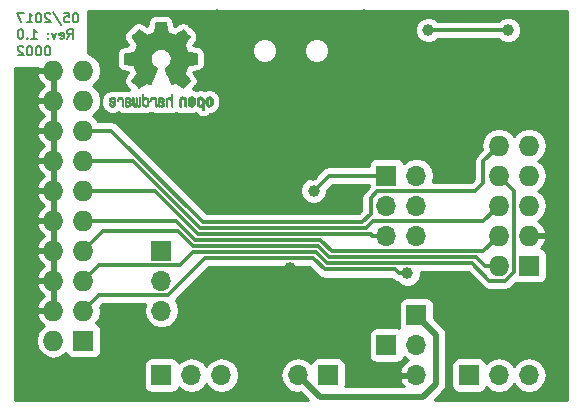
<source format=gbl>
G04 #@! TF.GenerationSoftware,KiCad,Pcbnew,(2017-05-12 revision b823d0b78)-makepkg*
G04 #@! TF.CreationDate,2017-05-13T14:09:32+02:00*
G04 #@! TF.ProjectId,jtagTc2050Adaptor,6A74616754633230353041646170746F,1.0*
G04 #@! TF.FileFunction,Copper,L2,Bot,Signal*
G04 #@! TF.FilePolarity,Positive*
%FSLAX46Y46*%
G04 Gerber Fmt 4.6, Leading zero omitted, Abs format (unit mm)*
G04 Created by KiCad (PCBNEW (2017-05-12 revision b823d0b78)-makepkg) date 05/13/17 14:09:32*
%MOMM*%
%LPD*%
G01*
G04 APERTURE LIST*
%ADD10C,0.100000*%
%ADD11C,0.200000*%
%ADD12C,0.010000*%
%ADD13O,1.727200X1.727200*%
%ADD14R,1.727200X1.727200*%
%ADD15O,1.700000X1.700000*%
%ADD16R,1.700000X1.700000*%
%ADD17C,1.000000*%
%ADD18C,0.800000*%
%ADD19C,0.300000*%
%ADD20C,0.500000*%
%ADD21C,0.254000*%
G04 APERTURE END LIST*
D10*
D11*
X58028666Y-66233904D02*
X57952476Y-66233904D01*
X57876285Y-66272000D01*
X57838190Y-66310095D01*
X57800095Y-66386285D01*
X57762000Y-66538666D01*
X57762000Y-66729142D01*
X57800095Y-66881523D01*
X57838190Y-66957714D01*
X57876285Y-66995809D01*
X57952476Y-67033904D01*
X58028666Y-67033904D01*
X58104857Y-66995809D01*
X58142952Y-66957714D01*
X58181047Y-66881523D01*
X58219142Y-66729142D01*
X58219142Y-66538666D01*
X58181047Y-66386285D01*
X58142952Y-66310095D01*
X58104857Y-66272000D01*
X58028666Y-66233904D01*
X57038190Y-66233904D02*
X57419142Y-66233904D01*
X57457238Y-66614857D01*
X57419142Y-66576761D01*
X57342952Y-66538666D01*
X57152476Y-66538666D01*
X57076285Y-66576761D01*
X57038190Y-66614857D01*
X57000095Y-66691047D01*
X57000095Y-66881523D01*
X57038190Y-66957714D01*
X57076285Y-66995809D01*
X57152476Y-67033904D01*
X57342952Y-67033904D01*
X57419142Y-66995809D01*
X57457238Y-66957714D01*
X56085809Y-66195809D02*
X56771523Y-67224380D01*
X55857238Y-66310095D02*
X55819142Y-66272000D01*
X55742952Y-66233904D01*
X55552476Y-66233904D01*
X55476285Y-66272000D01*
X55438190Y-66310095D01*
X55400095Y-66386285D01*
X55400095Y-66462476D01*
X55438190Y-66576761D01*
X55895333Y-67033904D01*
X55400095Y-67033904D01*
X54904857Y-66233904D02*
X54828666Y-66233904D01*
X54752476Y-66272000D01*
X54714380Y-66310095D01*
X54676285Y-66386285D01*
X54638190Y-66538666D01*
X54638190Y-66729142D01*
X54676285Y-66881523D01*
X54714380Y-66957714D01*
X54752476Y-66995809D01*
X54828666Y-67033904D01*
X54904857Y-67033904D01*
X54981047Y-66995809D01*
X55019142Y-66957714D01*
X55057238Y-66881523D01*
X55095333Y-66729142D01*
X55095333Y-66538666D01*
X55057238Y-66386285D01*
X55019142Y-66310095D01*
X54981047Y-66272000D01*
X54904857Y-66233904D01*
X53876285Y-67033904D02*
X54333428Y-67033904D01*
X54104857Y-67033904D02*
X54104857Y-66233904D01*
X54181047Y-66348190D01*
X54257238Y-66424380D01*
X54333428Y-66462476D01*
X53609619Y-66233904D02*
X53076285Y-66233904D01*
X53419142Y-67033904D01*
X57304857Y-68433904D02*
X57571523Y-68052952D01*
X57762000Y-68433904D02*
X57762000Y-67633904D01*
X57457238Y-67633904D01*
X57381047Y-67672000D01*
X57342952Y-67710095D01*
X57304857Y-67786285D01*
X57304857Y-67900571D01*
X57342952Y-67976761D01*
X57381047Y-68014857D01*
X57457238Y-68052952D01*
X57762000Y-68052952D01*
X56657238Y-68395809D02*
X56733428Y-68433904D01*
X56885809Y-68433904D01*
X56962000Y-68395809D01*
X57000095Y-68319619D01*
X57000095Y-68014857D01*
X56962000Y-67938666D01*
X56885809Y-67900571D01*
X56733428Y-67900571D01*
X56657238Y-67938666D01*
X56619142Y-68014857D01*
X56619142Y-68091047D01*
X57000095Y-68167238D01*
X56352476Y-67900571D02*
X56162000Y-68433904D01*
X55971523Y-67900571D01*
X55666761Y-68357714D02*
X55628666Y-68395809D01*
X55666761Y-68433904D01*
X55704857Y-68395809D01*
X55666761Y-68357714D01*
X55666761Y-68433904D01*
X55666761Y-67938666D02*
X55628666Y-67976761D01*
X55666761Y-68014857D01*
X55704857Y-67976761D01*
X55666761Y-67938666D01*
X55666761Y-68014857D01*
X54257238Y-68433904D02*
X54714380Y-68433904D01*
X54485809Y-68433904D02*
X54485809Y-67633904D01*
X54562000Y-67748190D01*
X54638190Y-67824380D01*
X54714380Y-67862476D01*
X53914380Y-68357714D02*
X53876285Y-68395809D01*
X53914380Y-68433904D01*
X53952476Y-68395809D01*
X53914380Y-68357714D01*
X53914380Y-68433904D01*
X53381047Y-67633904D02*
X53304857Y-67633904D01*
X53228666Y-67672000D01*
X53190571Y-67710095D01*
X53152476Y-67786285D01*
X53114380Y-67938666D01*
X53114380Y-68129142D01*
X53152476Y-68281523D01*
X53190571Y-68357714D01*
X53228666Y-68395809D01*
X53304857Y-68433904D01*
X53381047Y-68433904D01*
X53457238Y-68395809D01*
X53495333Y-68357714D01*
X53533428Y-68281523D01*
X53571523Y-68129142D01*
X53571523Y-67938666D01*
X53533428Y-67786285D01*
X53495333Y-67710095D01*
X53457238Y-67672000D01*
X53381047Y-67633904D01*
X55666761Y-69033904D02*
X55590571Y-69033904D01*
X55514380Y-69072000D01*
X55476285Y-69110095D01*
X55438190Y-69186285D01*
X55400095Y-69338666D01*
X55400095Y-69529142D01*
X55438190Y-69681523D01*
X55476285Y-69757714D01*
X55514380Y-69795809D01*
X55590571Y-69833904D01*
X55666761Y-69833904D01*
X55742952Y-69795809D01*
X55781047Y-69757714D01*
X55819142Y-69681523D01*
X55857238Y-69529142D01*
X55857238Y-69338666D01*
X55819142Y-69186285D01*
X55781047Y-69110095D01*
X55742952Y-69072000D01*
X55666761Y-69033904D01*
X54904857Y-69033904D02*
X54828666Y-69033904D01*
X54752476Y-69072000D01*
X54714380Y-69110095D01*
X54676285Y-69186285D01*
X54638190Y-69338666D01*
X54638190Y-69529142D01*
X54676285Y-69681523D01*
X54714380Y-69757714D01*
X54752476Y-69795809D01*
X54828666Y-69833904D01*
X54904857Y-69833904D01*
X54981047Y-69795809D01*
X55019142Y-69757714D01*
X55057238Y-69681523D01*
X55095333Y-69529142D01*
X55095333Y-69338666D01*
X55057238Y-69186285D01*
X55019142Y-69110095D01*
X54981047Y-69072000D01*
X54904857Y-69033904D01*
X54142952Y-69033904D02*
X54066761Y-69033904D01*
X53990571Y-69072000D01*
X53952476Y-69110095D01*
X53914380Y-69186285D01*
X53876285Y-69338666D01*
X53876285Y-69529142D01*
X53914380Y-69681523D01*
X53952476Y-69757714D01*
X53990571Y-69795809D01*
X54066761Y-69833904D01*
X54142952Y-69833904D01*
X54219142Y-69795809D01*
X54257238Y-69757714D01*
X54295333Y-69681523D01*
X54333428Y-69529142D01*
X54333428Y-69338666D01*
X54295333Y-69186285D01*
X54257238Y-69110095D01*
X54219142Y-69072000D01*
X54142952Y-69033904D01*
X53571523Y-69110095D02*
X53533428Y-69072000D01*
X53457238Y-69033904D01*
X53266761Y-69033904D01*
X53190571Y-69072000D01*
X53152476Y-69110095D01*
X53114380Y-69186285D01*
X53114380Y-69262476D01*
X53152476Y-69376761D01*
X53609619Y-69833904D01*
X53114380Y-69833904D01*
D12*
G36*
X68445614Y-73323505D02*
X68370961Y-73360727D01*
X68305069Y-73429261D01*
X68286923Y-73454648D01*
X68267155Y-73487866D01*
X68254328Y-73523945D01*
X68246990Y-73572098D01*
X68243687Y-73641536D01*
X68242962Y-73733206D01*
X68246237Y-73858830D01*
X68257623Y-73953154D01*
X68279459Y-74023523D01*
X68314081Y-74077286D01*
X68363830Y-74121788D01*
X68367486Y-74124423D01*
X68416515Y-74151377D01*
X68475555Y-74164712D01*
X68550641Y-74168000D01*
X68672705Y-74168000D01*
X68672756Y-74286497D01*
X68673892Y-74352492D01*
X68680814Y-74391202D01*
X68698902Y-74414419D01*
X68733538Y-74433933D01*
X68741855Y-74437920D01*
X68780780Y-74456603D01*
X68810917Y-74468403D01*
X68833326Y-74469422D01*
X68849067Y-74455761D01*
X68859198Y-74423522D01*
X68864777Y-74368804D01*
X68866865Y-74287711D01*
X68866519Y-74176344D01*
X68864800Y-74030802D01*
X68864263Y-73987269D01*
X68862328Y-73837205D01*
X68860596Y-73739042D01*
X68672808Y-73739042D01*
X68671752Y-73822364D01*
X68667062Y-73876880D01*
X68656449Y-73912837D01*
X68637628Y-73940482D01*
X68624850Y-73953965D01*
X68572610Y-73993417D01*
X68526358Y-73996628D01*
X68478633Y-73964049D01*
X68477423Y-73962846D01*
X68458006Y-73937668D01*
X68446193Y-73903447D01*
X68440235Y-73850748D01*
X68438380Y-73770131D01*
X68438346Y-73752271D01*
X68442830Y-73641175D01*
X68457426Y-73564161D01*
X68483850Y-73517147D01*
X68523817Y-73496050D01*
X68546916Y-73493923D01*
X68601738Y-73503900D01*
X68639342Y-73536752D01*
X68661977Y-73596857D01*
X68671894Y-73688598D01*
X68672808Y-73739042D01*
X68860596Y-73739042D01*
X68860278Y-73721060D01*
X68857627Y-73633679D01*
X68853894Y-73569905D01*
X68848593Y-73524582D01*
X68841242Y-73492555D01*
X68831357Y-73468668D01*
X68818454Y-73447764D01*
X68812921Y-73439898D01*
X68739531Y-73365595D01*
X68646740Y-73323467D01*
X68539404Y-73311722D01*
X68445614Y-73323505D01*
X68445614Y-73323505D01*
G37*
X68445614Y-73323505D02*
X68370961Y-73360727D01*
X68305069Y-73429261D01*
X68286923Y-73454648D01*
X68267155Y-73487866D01*
X68254328Y-73523945D01*
X68246990Y-73572098D01*
X68243687Y-73641536D01*
X68242962Y-73733206D01*
X68246237Y-73858830D01*
X68257623Y-73953154D01*
X68279459Y-74023523D01*
X68314081Y-74077286D01*
X68363830Y-74121788D01*
X68367486Y-74124423D01*
X68416515Y-74151377D01*
X68475555Y-74164712D01*
X68550641Y-74168000D01*
X68672705Y-74168000D01*
X68672756Y-74286497D01*
X68673892Y-74352492D01*
X68680814Y-74391202D01*
X68698902Y-74414419D01*
X68733538Y-74433933D01*
X68741855Y-74437920D01*
X68780780Y-74456603D01*
X68810917Y-74468403D01*
X68833326Y-74469422D01*
X68849067Y-74455761D01*
X68859198Y-74423522D01*
X68864777Y-74368804D01*
X68866865Y-74287711D01*
X68866519Y-74176344D01*
X68864800Y-74030802D01*
X68864263Y-73987269D01*
X68862328Y-73837205D01*
X68860596Y-73739042D01*
X68672808Y-73739042D01*
X68671752Y-73822364D01*
X68667062Y-73876880D01*
X68656449Y-73912837D01*
X68637628Y-73940482D01*
X68624850Y-73953965D01*
X68572610Y-73993417D01*
X68526358Y-73996628D01*
X68478633Y-73964049D01*
X68477423Y-73962846D01*
X68458006Y-73937668D01*
X68446193Y-73903447D01*
X68440235Y-73850748D01*
X68438380Y-73770131D01*
X68438346Y-73752271D01*
X68442830Y-73641175D01*
X68457426Y-73564161D01*
X68483850Y-73517147D01*
X68523817Y-73496050D01*
X68546916Y-73493923D01*
X68601738Y-73503900D01*
X68639342Y-73536752D01*
X68661977Y-73596857D01*
X68671894Y-73688598D01*
X68672808Y-73739042D01*
X68860596Y-73739042D01*
X68860278Y-73721060D01*
X68857627Y-73633679D01*
X68853894Y-73569905D01*
X68848593Y-73524582D01*
X68841242Y-73492555D01*
X68831357Y-73468668D01*
X68818454Y-73447764D01*
X68812921Y-73439898D01*
X68739531Y-73365595D01*
X68646740Y-73323467D01*
X68539404Y-73311722D01*
X68445614Y-73323505D01*
G36*
X66942836Y-73334089D02*
X66880133Y-73370358D01*
X66836539Y-73406358D01*
X66804655Y-73444075D01*
X66782690Y-73490199D01*
X66768851Y-73551421D01*
X66761347Y-73634431D01*
X66758383Y-73745919D01*
X66758039Y-73826062D01*
X66758039Y-74121065D01*
X66924115Y-74195515D01*
X66933885Y-73872402D01*
X66937921Y-73751729D01*
X66942156Y-73664141D01*
X66947403Y-73603650D01*
X66954475Y-73564268D01*
X66964189Y-73540007D01*
X66977356Y-73524880D01*
X66981581Y-73521606D01*
X67045591Y-73496034D01*
X67110292Y-73506153D01*
X67148808Y-73533000D01*
X67164475Y-73552024D01*
X67175320Y-73576988D01*
X67182212Y-73614834D01*
X67186021Y-73672502D01*
X67187617Y-73756935D01*
X67187885Y-73844928D01*
X67187937Y-73955323D01*
X67189828Y-74033463D01*
X67196155Y-74086165D01*
X67209517Y-74120242D01*
X67232515Y-74142511D01*
X67267746Y-74159787D01*
X67314803Y-74177738D01*
X67366197Y-74197278D01*
X67360079Y-73850485D01*
X67357616Y-73725468D01*
X67354733Y-73633082D01*
X67350602Y-73566881D01*
X67344393Y-73520420D01*
X67335274Y-73487256D01*
X67322417Y-73460944D01*
X67306916Y-73437729D01*
X67232129Y-73363569D01*
X67140872Y-73320684D01*
X67041617Y-73310412D01*
X66942836Y-73334089D01*
X66942836Y-73334089D01*
G37*
X66942836Y-73334089D02*
X66880133Y-73370358D01*
X66836539Y-73406358D01*
X66804655Y-73444075D01*
X66782690Y-73490199D01*
X66768851Y-73551421D01*
X66761347Y-73634431D01*
X66758383Y-73745919D01*
X66758039Y-73826062D01*
X66758039Y-74121065D01*
X66924115Y-74195515D01*
X66933885Y-73872402D01*
X66937921Y-73751729D01*
X66942156Y-73664141D01*
X66947403Y-73603650D01*
X66954475Y-73564268D01*
X66964189Y-73540007D01*
X66977356Y-73524880D01*
X66981581Y-73521606D01*
X67045591Y-73496034D01*
X67110292Y-73506153D01*
X67148808Y-73533000D01*
X67164475Y-73552024D01*
X67175320Y-73576988D01*
X67182212Y-73614834D01*
X67186021Y-73672502D01*
X67187617Y-73756935D01*
X67187885Y-73844928D01*
X67187937Y-73955323D01*
X67189828Y-74033463D01*
X67196155Y-74086165D01*
X67209517Y-74120242D01*
X67232515Y-74142511D01*
X67267746Y-74159787D01*
X67314803Y-74177738D01*
X67366197Y-74197278D01*
X67360079Y-73850485D01*
X67357616Y-73725468D01*
X67354733Y-73633082D01*
X67350602Y-73566881D01*
X67344393Y-73520420D01*
X67335274Y-73487256D01*
X67322417Y-73460944D01*
X67306916Y-73437729D01*
X67232129Y-73363569D01*
X67140872Y-73320684D01*
X67041617Y-73310412D01*
X66942836Y-73334089D01*
G36*
X69197614Y-73326256D02*
X69106036Y-73374409D01*
X69038451Y-73451905D01*
X69014443Y-73501727D01*
X68995762Y-73576533D01*
X68986199Y-73671052D01*
X68985292Y-73774210D01*
X68992579Y-73874935D01*
X69007597Y-73962153D01*
X69029885Y-74024791D01*
X69036735Y-74035579D01*
X69117868Y-74116105D01*
X69214234Y-74164336D01*
X69318799Y-74178450D01*
X69424532Y-74156629D01*
X69453957Y-74143547D01*
X69511259Y-74103231D01*
X69561550Y-74049775D01*
X69566303Y-74042995D01*
X69585622Y-74010321D01*
X69598392Y-73975394D01*
X69605936Y-73929414D01*
X69609576Y-73863584D01*
X69610635Y-73769105D01*
X69610654Y-73747923D01*
X69610606Y-73741182D01*
X69415269Y-73741182D01*
X69414132Y-73830349D01*
X69409659Y-73889520D01*
X69400254Y-73927741D01*
X69384324Y-73954053D01*
X69376192Y-73962846D01*
X69329442Y-73996261D01*
X69284053Y-73994737D01*
X69238160Y-73965752D01*
X69210788Y-73934809D01*
X69194577Y-73889643D01*
X69185474Y-73818420D01*
X69184849Y-73810114D01*
X69183296Y-73681037D01*
X69199535Y-73585172D01*
X69233348Y-73523107D01*
X69284516Y-73495432D01*
X69302780Y-73493923D01*
X69350740Y-73501513D01*
X69383547Y-73527808D01*
X69403605Y-73578095D01*
X69413322Y-73657664D01*
X69415269Y-73741182D01*
X69610606Y-73741182D01*
X69609926Y-73647249D01*
X69606871Y-73576906D01*
X69600178Y-73528163D01*
X69588540Y-73492288D01*
X69570647Y-73460548D01*
X69566692Y-73454648D01*
X69500233Y-73375104D01*
X69427815Y-73328929D01*
X69339651Y-73310599D01*
X69309713Y-73309703D01*
X69197614Y-73326256D01*
X69197614Y-73326256D01*
G37*
X69197614Y-73326256D02*
X69106036Y-73374409D01*
X69038451Y-73451905D01*
X69014443Y-73501727D01*
X68995762Y-73576533D01*
X68986199Y-73671052D01*
X68985292Y-73774210D01*
X68992579Y-73874935D01*
X69007597Y-73962153D01*
X69029885Y-74024791D01*
X69036735Y-74035579D01*
X69117868Y-74116105D01*
X69214234Y-74164336D01*
X69318799Y-74178450D01*
X69424532Y-74156629D01*
X69453957Y-74143547D01*
X69511259Y-74103231D01*
X69561550Y-74049775D01*
X69566303Y-74042995D01*
X69585622Y-74010321D01*
X69598392Y-73975394D01*
X69605936Y-73929414D01*
X69609576Y-73863584D01*
X69610635Y-73769105D01*
X69610654Y-73747923D01*
X69610606Y-73741182D01*
X69415269Y-73741182D01*
X69414132Y-73830349D01*
X69409659Y-73889520D01*
X69400254Y-73927741D01*
X69384324Y-73954053D01*
X69376192Y-73962846D01*
X69329442Y-73996261D01*
X69284053Y-73994737D01*
X69238160Y-73965752D01*
X69210788Y-73934809D01*
X69194577Y-73889643D01*
X69185474Y-73818420D01*
X69184849Y-73810114D01*
X69183296Y-73681037D01*
X69199535Y-73585172D01*
X69233348Y-73523107D01*
X69284516Y-73495432D01*
X69302780Y-73493923D01*
X69350740Y-73501513D01*
X69383547Y-73527808D01*
X69403605Y-73578095D01*
X69413322Y-73657664D01*
X69415269Y-73741182D01*
X69610606Y-73741182D01*
X69609926Y-73647249D01*
X69606871Y-73576906D01*
X69600178Y-73528163D01*
X69588540Y-73492288D01*
X69570647Y-73460548D01*
X69566692Y-73454648D01*
X69500233Y-73375104D01*
X69427815Y-73328929D01*
X69339651Y-73310599D01*
X69309713Y-73309703D01*
X69197614Y-73326256D01*
G36*
X67680246Y-73338745D02*
X67603214Y-73390567D01*
X67543684Y-73465412D01*
X67508122Y-73560654D01*
X67500929Y-73630756D01*
X67501746Y-73660009D01*
X67508586Y-73682407D01*
X67527388Y-73702474D01*
X67564092Y-73724733D01*
X67624638Y-73753709D01*
X67714966Y-73793927D01*
X67715423Y-73794129D01*
X67798567Y-73832210D01*
X67866747Y-73866025D01*
X67912995Y-73891933D01*
X67930342Y-73906295D01*
X67930346Y-73906411D01*
X67915057Y-73937685D01*
X67879304Y-73972157D01*
X67838258Y-73996990D01*
X67817463Y-74001923D01*
X67760730Y-73984862D01*
X67711873Y-73942133D01*
X67688035Y-73895155D01*
X67665103Y-73860522D01*
X67620182Y-73821081D01*
X67567377Y-73787009D01*
X67520790Y-73768480D01*
X67511048Y-73767462D01*
X67500082Y-73784215D01*
X67499421Y-73827039D01*
X67507480Y-73884781D01*
X67522673Y-73946289D01*
X67543414Y-74000409D01*
X67544462Y-74002510D01*
X67606879Y-74089660D01*
X67687774Y-74148939D01*
X67779644Y-74178034D01*
X67874987Y-74174634D01*
X67966302Y-74136428D01*
X67970362Y-74133741D01*
X68042194Y-74068642D01*
X68089427Y-73983705D01*
X68115566Y-73872021D01*
X68119074Y-73840643D01*
X68125287Y-73692536D01*
X68117839Y-73623468D01*
X67930346Y-73623468D01*
X67927910Y-73666552D01*
X67914586Y-73679126D01*
X67881368Y-73669719D01*
X67829006Y-73647483D01*
X67770476Y-73619610D01*
X67769021Y-73618872D01*
X67719411Y-73592777D01*
X67699500Y-73575363D01*
X67704410Y-73557107D01*
X67725084Y-73533120D01*
X67777681Y-73498406D01*
X67834323Y-73495856D01*
X67885131Y-73521119D01*
X67920224Y-73569847D01*
X67930346Y-73623468D01*
X68117839Y-73623468D01*
X68112508Y-73574036D01*
X68079722Y-73480055D01*
X68034079Y-73414215D01*
X67951698Y-73347681D01*
X67860954Y-73314676D01*
X67768315Y-73312573D01*
X67680246Y-73338745D01*
X67680246Y-73338745D01*
G37*
X67680246Y-73338745D02*
X67603214Y-73390567D01*
X67543684Y-73465412D01*
X67508122Y-73560654D01*
X67500929Y-73630756D01*
X67501746Y-73660009D01*
X67508586Y-73682407D01*
X67527388Y-73702474D01*
X67564092Y-73724733D01*
X67624638Y-73753709D01*
X67714966Y-73793927D01*
X67715423Y-73794129D01*
X67798567Y-73832210D01*
X67866747Y-73866025D01*
X67912995Y-73891933D01*
X67930342Y-73906295D01*
X67930346Y-73906411D01*
X67915057Y-73937685D01*
X67879304Y-73972157D01*
X67838258Y-73996990D01*
X67817463Y-74001923D01*
X67760730Y-73984862D01*
X67711873Y-73942133D01*
X67688035Y-73895155D01*
X67665103Y-73860522D01*
X67620182Y-73821081D01*
X67567377Y-73787009D01*
X67520790Y-73768480D01*
X67511048Y-73767462D01*
X67500082Y-73784215D01*
X67499421Y-73827039D01*
X67507480Y-73884781D01*
X67522673Y-73946289D01*
X67543414Y-74000409D01*
X67544462Y-74002510D01*
X67606879Y-74089660D01*
X67687774Y-74148939D01*
X67779644Y-74178034D01*
X67874987Y-74174634D01*
X67966302Y-74136428D01*
X67970362Y-74133741D01*
X68042194Y-74068642D01*
X68089427Y-73983705D01*
X68115566Y-73872021D01*
X68119074Y-73840643D01*
X68125287Y-73692536D01*
X68117839Y-73623468D01*
X67930346Y-73623468D01*
X67927910Y-73666552D01*
X67914586Y-73679126D01*
X67881368Y-73669719D01*
X67829006Y-73647483D01*
X67770476Y-73619610D01*
X67769021Y-73618872D01*
X67719411Y-73592777D01*
X67699500Y-73575363D01*
X67704410Y-73557107D01*
X67725084Y-73533120D01*
X67777681Y-73498406D01*
X67834323Y-73495856D01*
X67885131Y-73521119D01*
X67920224Y-73569847D01*
X67930346Y-73623468D01*
X68117839Y-73623468D01*
X68112508Y-73574036D01*
X68079722Y-73480055D01*
X68034079Y-73414215D01*
X67951698Y-73347681D01*
X67860954Y-73314676D01*
X67768315Y-73312573D01*
X67680246Y-73338745D01*
G36*
X66054654Y-73231120D02*
X66048928Y-73310980D01*
X66042351Y-73358039D01*
X66033238Y-73378566D01*
X66019902Y-73378829D01*
X66015577Y-73376378D01*
X65958056Y-73358636D01*
X65883232Y-73359672D01*
X65807161Y-73377910D01*
X65759582Y-73401505D01*
X65710798Y-73439198D01*
X65675136Y-73481855D01*
X65650655Y-73536057D01*
X65635413Y-73608384D01*
X65627470Y-73705419D01*
X65624884Y-73833742D01*
X65624838Y-73858358D01*
X65624808Y-74134870D01*
X65686339Y-74156320D01*
X65730041Y-74170912D01*
X65754018Y-74177706D01*
X65754723Y-74177769D01*
X65757085Y-74159345D01*
X65759094Y-74108526D01*
X65760599Y-74031993D01*
X65761447Y-73936430D01*
X65761577Y-73878329D01*
X65761849Y-73763771D01*
X65763248Y-73681667D01*
X65766651Y-73625393D01*
X65772933Y-73588326D01*
X65782971Y-73563844D01*
X65797639Y-73545325D01*
X65806798Y-73536406D01*
X65869711Y-73500466D01*
X65938364Y-73497775D01*
X66000652Y-73528170D01*
X66012171Y-73539144D01*
X66029067Y-73559779D01*
X66040786Y-73584256D01*
X66048267Y-73619647D01*
X66052446Y-73673026D01*
X66054263Y-73751466D01*
X66054654Y-73859617D01*
X66054654Y-74134870D01*
X66116185Y-74156320D01*
X66159887Y-74170912D01*
X66183864Y-74177706D01*
X66184570Y-74177769D01*
X66186374Y-74159069D01*
X66188000Y-74106322D01*
X66189383Y-74024557D01*
X66190458Y-73918805D01*
X66191160Y-73794094D01*
X66191423Y-73655455D01*
X66191423Y-73120806D01*
X66064423Y-73067236D01*
X66054654Y-73231120D01*
X66054654Y-73231120D01*
G37*
X66054654Y-73231120D02*
X66048928Y-73310980D01*
X66042351Y-73358039D01*
X66033238Y-73378566D01*
X66019902Y-73378829D01*
X66015577Y-73376378D01*
X65958056Y-73358636D01*
X65883232Y-73359672D01*
X65807161Y-73377910D01*
X65759582Y-73401505D01*
X65710798Y-73439198D01*
X65675136Y-73481855D01*
X65650655Y-73536057D01*
X65635413Y-73608384D01*
X65627470Y-73705419D01*
X65624884Y-73833742D01*
X65624838Y-73858358D01*
X65624808Y-74134870D01*
X65686339Y-74156320D01*
X65730041Y-74170912D01*
X65754018Y-74177706D01*
X65754723Y-74177769D01*
X65757085Y-74159345D01*
X65759094Y-74108526D01*
X65760599Y-74031993D01*
X65761447Y-73936430D01*
X65761577Y-73878329D01*
X65761849Y-73763771D01*
X65763248Y-73681667D01*
X65766651Y-73625393D01*
X65772933Y-73588326D01*
X65782971Y-73563844D01*
X65797639Y-73545325D01*
X65806798Y-73536406D01*
X65869711Y-73500466D01*
X65938364Y-73497775D01*
X66000652Y-73528170D01*
X66012171Y-73539144D01*
X66029067Y-73559779D01*
X66040786Y-73584256D01*
X66048267Y-73619647D01*
X66052446Y-73673026D01*
X66054263Y-73751466D01*
X66054654Y-73859617D01*
X66054654Y-74134870D01*
X66116185Y-74156320D01*
X66159887Y-74170912D01*
X66183864Y-74177706D01*
X66184570Y-74177769D01*
X66186374Y-74159069D01*
X66188000Y-74106322D01*
X66189383Y-74024557D01*
X66190458Y-73918805D01*
X66191160Y-73794094D01*
X66191423Y-73655455D01*
X66191423Y-73120806D01*
X66064423Y-73067236D01*
X66054654Y-73231120D01*
G36*
X65160999Y-73365303D02*
X65084440Y-73393733D01*
X65083564Y-73394279D01*
X65036215Y-73429127D01*
X65001259Y-73469852D01*
X64976675Y-73522925D01*
X64960438Y-73594814D01*
X64950525Y-73691992D01*
X64944914Y-73820928D01*
X64944423Y-73839298D01*
X64937359Y-74116287D01*
X64996805Y-74147028D01*
X65039819Y-74167802D01*
X65065790Y-74177646D01*
X65066991Y-74177769D01*
X65071486Y-74159606D01*
X65075056Y-74110612D01*
X65077252Y-74039031D01*
X65077731Y-73981068D01*
X65077742Y-73887170D01*
X65082034Y-73828203D01*
X65096997Y-73800079D01*
X65129018Y-73798706D01*
X65184486Y-73819998D01*
X65268231Y-73859136D01*
X65329811Y-73891643D01*
X65361483Y-73919845D01*
X65370794Y-73950582D01*
X65370808Y-73952104D01*
X65355443Y-74005054D01*
X65309953Y-74033660D01*
X65240334Y-74037803D01*
X65190187Y-74037084D01*
X65163746Y-74051527D01*
X65147257Y-74086218D01*
X65137767Y-74130416D01*
X65151443Y-74155493D01*
X65156593Y-74159082D01*
X65205075Y-74173496D01*
X65272969Y-74175537D01*
X65342888Y-74165983D01*
X65392432Y-74148522D01*
X65460930Y-74090364D01*
X65499866Y-74009408D01*
X65507577Y-73946160D01*
X65501693Y-73889111D01*
X65480399Y-73842542D01*
X65438235Y-73801181D01*
X65369741Y-73759755D01*
X65269456Y-73712993D01*
X65263346Y-73710350D01*
X65173010Y-73668617D01*
X65117265Y-73634391D01*
X65093371Y-73603635D01*
X65098587Y-73572311D01*
X65130172Y-73536383D01*
X65139617Y-73528116D01*
X65202883Y-73496058D01*
X65268436Y-73497407D01*
X65325528Y-73528838D01*
X65363407Y-73587024D01*
X65366926Y-73598446D01*
X65401200Y-73653837D01*
X65444691Y-73680518D01*
X65507577Y-73706960D01*
X65507577Y-73638548D01*
X65488448Y-73539110D01*
X65431669Y-73447902D01*
X65402122Y-73417389D01*
X65334958Y-73378228D01*
X65249544Y-73360500D01*
X65160999Y-73365303D01*
X65160999Y-73365303D01*
G37*
X65160999Y-73365303D02*
X65084440Y-73393733D01*
X65083564Y-73394279D01*
X65036215Y-73429127D01*
X65001259Y-73469852D01*
X64976675Y-73522925D01*
X64960438Y-73594814D01*
X64950525Y-73691992D01*
X64944914Y-73820928D01*
X64944423Y-73839298D01*
X64937359Y-74116287D01*
X64996805Y-74147028D01*
X65039819Y-74167802D01*
X65065790Y-74177646D01*
X65066991Y-74177769D01*
X65071486Y-74159606D01*
X65075056Y-74110612D01*
X65077252Y-74039031D01*
X65077731Y-73981068D01*
X65077742Y-73887170D01*
X65082034Y-73828203D01*
X65096997Y-73800079D01*
X65129018Y-73798706D01*
X65184486Y-73819998D01*
X65268231Y-73859136D01*
X65329811Y-73891643D01*
X65361483Y-73919845D01*
X65370794Y-73950582D01*
X65370808Y-73952104D01*
X65355443Y-74005054D01*
X65309953Y-74033660D01*
X65240334Y-74037803D01*
X65190187Y-74037084D01*
X65163746Y-74051527D01*
X65147257Y-74086218D01*
X65137767Y-74130416D01*
X65151443Y-74155493D01*
X65156593Y-74159082D01*
X65205075Y-74173496D01*
X65272969Y-74175537D01*
X65342888Y-74165983D01*
X65392432Y-74148522D01*
X65460930Y-74090364D01*
X65499866Y-74009408D01*
X65507577Y-73946160D01*
X65501693Y-73889111D01*
X65480399Y-73842542D01*
X65438235Y-73801181D01*
X65369741Y-73759755D01*
X65269456Y-73712993D01*
X65263346Y-73710350D01*
X65173010Y-73668617D01*
X65117265Y-73634391D01*
X65093371Y-73603635D01*
X65098587Y-73572311D01*
X65130172Y-73536383D01*
X65139617Y-73528116D01*
X65202883Y-73496058D01*
X65268436Y-73497407D01*
X65325528Y-73528838D01*
X65363407Y-73587024D01*
X65366926Y-73598446D01*
X65401200Y-73653837D01*
X65444691Y-73680518D01*
X65507577Y-73706960D01*
X65507577Y-73638548D01*
X65488448Y-73539110D01*
X65431669Y-73447902D01*
X65402122Y-73417389D01*
X65334958Y-73378228D01*
X65249544Y-73360500D01*
X65160999Y-73365303D01*
G36*
X64501138Y-73363670D02*
X64412383Y-73396421D01*
X64340478Y-73454350D01*
X64312356Y-73495128D01*
X64281698Y-73569954D01*
X64282335Y-73624058D01*
X64314513Y-73660446D01*
X64326419Y-73666633D01*
X64377825Y-73685925D01*
X64404078Y-73680982D01*
X64412970Y-73648587D01*
X64413423Y-73630692D01*
X64429703Y-73564859D01*
X64472135Y-73518807D01*
X64531112Y-73496564D01*
X64597025Y-73502161D01*
X64650605Y-73531229D01*
X64668702Y-73547810D01*
X64681529Y-73567925D01*
X64690194Y-73598332D01*
X64695804Y-73645788D01*
X64699465Y-73717050D01*
X64702285Y-73818875D01*
X64703016Y-73851115D01*
X64705680Y-73961410D01*
X64708708Y-74039036D01*
X64713250Y-74090396D01*
X64720454Y-74121890D01*
X64731467Y-74139920D01*
X64747440Y-74150888D01*
X64757666Y-74155733D01*
X64801094Y-74172301D01*
X64826658Y-74177769D01*
X64835105Y-74159507D01*
X64840261Y-74104296D01*
X64842154Y-74011499D01*
X64840811Y-73880478D01*
X64840393Y-73860269D01*
X64837442Y-73740733D01*
X64833952Y-73653449D01*
X64828986Y-73591591D01*
X64821607Y-73548336D01*
X64810876Y-73516860D01*
X64795855Y-73490339D01*
X64787998Y-73478975D01*
X64742947Y-73428692D01*
X64692560Y-73389581D01*
X64686392Y-73386167D01*
X64596042Y-73359212D01*
X64501138Y-73363670D01*
X64501138Y-73363670D01*
G37*
X64501138Y-73363670D02*
X64412383Y-73396421D01*
X64340478Y-73454350D01*
X64312356Y-73495128D01*
X64281698Y-73569954D01*
X64282335Y-73624058D01*
X64314513Y-73660446D01*
X64326419Y-73666633D01*
X64377825Y-73685925D01*
X64404078Y-73680982D01*
X64412970Y-73648587D01*
X64413423Y-73630692D01*
X64429703Y-73564859D01*
X64472135Y-73518807D01*
X64531112Y-73496564D01*
X64597025Y-73502161D01*
X64650605Y-73531229D01*
X64668702Y-73547810D01*
X64681529Y-73567925D01*
X64690194Y-73598332D01*
X64695804Y-73645788D01*
X64699465Y-73717050D01*
X64702285Y-73818875D01*
X64703016Y-73851115D01*
X64705680Y-73961410D01*
X64708708Y-74039036D01*
X64713250Y-74090396D01*
X64720454Y-74121890D01*
X64731467Y-74139920D01*
X64747440Y-74150888D01*
X64757666Y-74155733D01*
X64801094Y-74172301D01*
X64826658Y-74177769D01*
X64835105Y-74159507D01*
X64840261Y-74104296D01*
X64842154Y-74011499D01*
X64840811Y-73880478D01*
X64840393Y-73860269D01*
X64837442Y-73740733D01*
X64833952Y-73653449D01*
X64828986Y-73591591D01*
X64821607Y-73548336D01*
X64810876Y-73516860D01*
X64795855Y-73490339D01*
X64787998Y-73478975D01*
X64742947Y-73428692D01*
X64692560Y-73389581D01*
X64686392Y-73386167D01*
X64596042Y-73359212D01*
X64501138Y-73363670D01*
G36*
X63612419Y-73519289D02*
X63612667Y-73665320D01*
X63613628Y-73777655D01*
X63615706Y-73861678D01*
X63619307Y-73922769D01*
X63624835Y-73966309D01*
X63632696Y-73997679D01*
X63643293Y-74022262D01*
X63651318Y-74036294D01*
X63717772Y-74112388D01*
X63802030Y-74160084D01*
X63895251Y-74177199D01*
X63988600Y-74161546D01*
X64044188Y-74133418D01*
X64102543Y-74084760D01*
X64142314Y-74025333D01*
X64166310Y-73947507D01*
X64177339Y-73843652D01*
X64178901Y-73767462D01*
X64178691Y-73761986D01*
X64042192Y-73761986D01*
X64041359Y-73849355D01*
X64037539Y-73907192D01*
X64028754Y-73945029D01*
X64013026Y-73972398D01*
X63994234Y-73993042D01*
X63931125Y-74032890D01*
X63863363Y-74036295D01*
X63799321Y-74003025D01*
X63794336Y-73998517D01*
X63773061Y-73975067D01*
X63759721Y-73947166D01*
X63752499Y-73905641D01*
X63749577Y-73841316D01*
X63749115Y-73770200D01*
X63750117Y-73680858D01*
X63754262Y-73621258D01*
X63763264Y-73582089D01*
X63778833Y-73554040D01*
X63791598Y-73539144D01*
X63850900Y-73501575D01*
X63919199Y-73497057D01*
X63984390Y-73525753D01*
X63996972Y-73536406D01*
X64018389Y-73560063D01*
X64031756Y-73588251D01*
X64038934Y-73630245D01*
X64041781Y-73695319D01*
X64042192Y-73761986D01*
X64178691Y-73761986D01*
X64174178Y-73644765D01*
X64158138Y-73552577D01*
X64127972Y-73483269D01*
X64080871Y-73429211D01*
X64044188Y-73401505D01*
X63977510Y-73371572D01*
X63900228Y-73357678D01*
X63828390Y-73361397D01*
X63788192Y-73376400D01*
X63772418Y-73380670D01*
X63761950Y-73364750D01*
X63754644Y-73322089D01*
X63749115Y-73257106D01*
X63743063Y-73184732D01*
X63734656Y-73141187D01*
X63719359Y-73116287D01*
X63692636Y-73099845D01*
X63675846Y-73092564D01*
X63612346Y-73065963D01*
X63612419Y-73519289D01*
X63612419Y-73519289D01*
G37*
X63612419Y-73519289D02*
X63612667Y-73665320D01*
X63613628Y-73777655D01*
X63615706Y-73861678D01*
X63619307Y-73922769D01*
X63624835Y-73966309D01*
X63632696Y-73997679D01*
X63643293Y-74022262D01*
X63651318Y-74036294D01*
X63717772Y-74112388D01*
X63802030Y-74160084D01*
X63895251Y-74177199D01*
X63988600Y-74161546D01*
X64044188Y-74133418D01*
X64102543Y-74084760D01*
X64142314Y-74025333D01*
X64166310Y-73947507D01*
X64177339Y-73843652D01*
X64178901Y-73767462D01*
X64178691Y-73761986D01*
X64042192Y-73761986D01*
X64041359Y-73849355D01*
X64037539Y-73907192D01*
X64028754Y-73945029D01*
X64013026Y-73972398D01*
X63994234Y-73993042D01*
X63931125Y-74032890D01*
X63863363Y-74036295D01*
X63799321Y-74003025D01*
X63794336Y-73998517D01*
X63773061Y-73975067D01*
X63759721Y-73947166D01*
X63752499Y-73905641D01*
X63749577Y-73841316D01*
X63749115Y-73770200D01*
X63750117Y-73680858D01*
X63754262Y-73621258D01*
X63763264Y-73582089D01*
X63778833Y-73554040D01*
X63791598Y-73539144D01*
X63850900Y-73501575D01*
X63919199Y-73497057D01*
X63984390Y-73525753D01*
X63996972Y-73536406D01*
X64018389Y-73560063D01*
X64031756Y-73588251D01*
X64038934Y-73630245D01*
X64041781Y-73695319D01*
X64042192Y-73761986D01*
X64178691Y-73761986D01*
X64174178Y-73644765D01*
X64158138Y-73552577D01*
X64127972Y-73483269D01*
X64080871Y-73429211D01*
X64044188Y-73401505D01*
X63977510Y-73371572D01*
X63900228Y-73357678D01*
X63828390Y-73361397D01*
X63788192Y-73376400D01*
X63772418Y-73380670D01*
X63761950Y-73364750D01*
X63754644Y-73322089D01*
X63749115Y-73257106D01*
X63743063Y-73184732D01*
X63734656Y-73141187D01*
X63719359Y-73116287D01*
X63692636Y-73099845D01*
X63675846Y-73092564D01*
X63612346Y-73065963D01*
X63612419Y-73519289D01*
G36*
X62818571Y-73375662D02*
X62815589Y-73427068D01*
X62813253Y-73505192D01*
X62811751Y-73603857D01*
X62811269Y-73707343D01*
X62811269Y-74057533D01*
X62873099Y-74119363D01*
X62915707Y-74157462D01*
X62953110Y-74172895D01*
X63004230Y-74171918D01*
X63024522Y-74169433D01*
X63087946Y-74162200D01*
X63140405Y-74158055D01*
X63153192Y-74157672D01*
X63196301Y-74160176D01*
X63257956Y-74166462D01*
X63281862Y-74169433D01*
X63340578Y-74174028D01*
X63380036Y-74164046D01*
X63419162Y-74133228D01*
X63433285Y-74119363D01*
X63495115Y-74057533D01*
X63495115Y-73402503D01*
X63445350Y-73379829D01*
X63402498Y-73363034D01*
X63377427Y-73357154D01*
X63370999Y-73375736D01*
X63364991Y-73427655D01*
X63359803Y-73507172D01*
X63355836Y-73608546D01*
X63353923Y-73694192D01*
X63348577Y-74031231D01*
X63301940Y-74037825D01*
X63259524Y-74033214D01*
X63238740Y-74018287D01*
X63232930Y-73990377D01*
X63227970Y-73930925D01*
X63224254Y-73847466D01*
X63222176Y-73747532D01*
X63221876Y-73696104D01*
X63221577Y-73400054D01*
X63160046Y-73378604D01*
X63116496Y-73364020D01*
X63092806Y-73357219D01*
X63092123Y-73357154D01*
X63089746Y-73375642D01*
X63087134Y-73426906D01*
X63084505Y-73504649D01*
X63082079Y-73602574D01*
X63080385Y-73694192D01*
X63075039Y-74031231D01*
X62957808Y-74031231D01*
X62952428Y-73723746D01*
X62947049Y-73416261D01*
X62889899Y-73386707D01*
X62847703Y-73366413D01*
X62822730Y-73357204D01*
X62822009Y-73357154D01*
X62818571Y-73375662D01*
X62818571Y-73375662D01*
G37*
X62818571Y-73375662D02*
X62815589Y-73427068D01*
X62813253Y-73505192D01*
X62811751Y-73603857D01*
X62811269Y-73707343D01*
X62811269Y-74057533D01*
X62873099Y-74119363D01*
X62915707Y-74157462D01*
X62953110Y-74172895D01*
X63004230Y-74171918D01*
X63024522Y-74169433D01*
X63087946Y-74162200D01*
X63140405Y-74158055D01*
X63153192Y-74157672D01*
X63196301Y-74160176D01*
X63257956Y-74166462D01*
X63281862Y-74169433D01*
X63340578Y-74174028D01*
X63380036Y-74164046D01*
X63419162Y-74133228D01*
X63433285Y-74119363D01*
X63495115Y-74057533D01*
X63495115Y-73402503D01*
X63445350Y-73379829D01*
X63402498Y-73363034D01*
X63377427Y-73357154D01*
X63370999Y-73375736D01*
X63364991Y-73427655D01*
X63359803Y-73507172D01*
X63355836Y-73608546D01*
X63353923Y-73694192D01*
X63348577Y-74031231D01*
X63301940Y-74037825D01*
X63259524Y-74033214D01*
X63238740Y-74018287D01*
X63232930Y-73990377D01*
X63227970Y-73930925D01*
X63224254Y-73847466D01*
X63222176Y-73747532D01*
X63221876Y-73696104D01*
X63221577Y-73400054D01*
X63160046Y-73378604D01*
X63116496Y-73364020D01*
X63092806Y-73357219D01*
X63092123Y-73357154D01*
X63089746Y-73375642D01*
X63087134Y-73426906D01*
X63084505Y-73504649D01*
X63082079Y-73602574D01*
X63080385Y-73694192D01*
X63075039Y-74031231D01*
X62957808Y-74031231D01*
X62952428Y-73723746D01*
X62947049Y-73416261D01*
X62889899Y-73386707D01*
X62847703Y-73366413D01*
X62822730Y-73357204D01*
X62822009Y-73357154D01*
X62818571Y-73375662D01*
G36*
X62327167Y-73372528D02*
X62270910Y-73398117D01*
X62226753Y-73429124D01*
X62194399Y-73463795D01*
X62172062Y-73508520D01*
X62157954Y-73569692D01*
X62150289Y-73653701D01*
X62147280Y-73766940D01*
X62146962Y-73841509D01*
X62146962Y-74132420D01*
X62196727Y-74155095D01*
X62235924Y-74171667D01*
X62255343Y-74177769D01*
X62259058Y-74159610D01*
X62262005Y-74110648D01*
X62263809Y-74039153D01*
X62264192Y-73982385D01*
X62265839Y-73900371D01*
X62270278Y-73835309D01*
X62276760Y-73795467D01*
X62281910Y-73787000D01*
X62316523Y-73795646D01*
X62370860Y-73817823D01*
X62433778Y-73847886D01*
X62494132Y-73880192D01*
X62540779Y-73909098D01*
X62562574Y-73928961D01*
X62562661Y-73929175D01*
X62560786Y-73965935D01*
X62543975Y-74001026D01*
X62514461Y-74029528D01*
X62471384Y-74039061D01*
X62434568Y-74037950D01*
X62382426Y-74037133D01*
X62355056Y-74049349D01*
X62338618Y-74081624D01*
X62336545Y-74087710D01*
X62329419Y-74133739D01*
X62348476Y-74161687D01*
X62398147Y-74175007D01*
X62451803Y-74177470D01*
X62548358Y-74159210D01*
X62598341Y-74133131D01*
X62660071Y-74071868D01*
X62692810Y-73996670D01*
X62695747Y-73917211D01*
X62668076Y-73843167D01*
X62626453Y-73796769D01*
X62584896Y-73770793D01*
X62519578Y-73737907D01*
X62443462Y-73704557D01*
X62430774Y-73699461D01*
X62347167Y-73662565D01*
X62298970Y-73630046D01*
X62283470Y-73597718D01*
X62297950Y-73561394D01*
X62322808Y-73533000D01*
X62381561Y-73498039D01*
X62446207Y-73495417D01*
X62505492Y-73522358D01*
X62548161Y-73576088D01*
X62553761Y-73589950D01*
X62586367Y-73640936D01*
X62633970Y-73678787D01*
X62694039Y-73709850D01*
X62694039Y-73621768D01*
X62690503Y-73567951D01*
X62675344Y-73525534D01*
X62641732Y-73480279D01*
X62609465Y-73445420D01*
X62559291Y-73396062D01*
X62520307Y-73369547D01*
X62478436Y-73358911D01*
X62431040Y-73357154D01*
X62327167Y-73372528D01*
X62327167Y-73372528D01*
G37*
X62327167Y-73372528D02*
X62270910Y-73398117D01*
X62226753Y-73429124D01*
X62194399Y-73463795D01*
X62172062Y-73508520D01*
X62157954Y-73569692D01*
X62150289Y-73653701D01*
X62147280Y-73766940D01*
X62146962Y-73841509D01*
X62146962Y-74132420D01*
X62196727Y-74155095D01*
X62235924Y-74171667D01*
X62255343Y-74177769D01*
X62259058Y-74159610D01*
X62262005Y-74110648D01*
X62263809Y-74039153D01*
X62264192Y-73982385D01*
X62265839Y-73900371D01*
X62270278Y-73835309D01*
X62276760Y-73795467D01*
X62281910Y-73787000D01*
X62316523Y-73795646D01*
X62370860Y-73817823D01*
X62433778Y-73847886D01*
X62494132Y-73880192D01*
X62540779Y-73909098D01*
X62562574Y-73928961D01*
X62562661Y-73929175D01*
X62560786Y-73965935D01*
X62543975Y-74001026D01*
X62514461Y-74029528D01*
X62471384Y-74039061D01*
X62434568Y-74037950D01*
X62382426Y-74037133D01*
X62355056Y-74049349D01*
X62338618Y-74081624D01*
X62336545Y-74087710D01*
X62329419Y-74133739D01*
X62348476Y-74161687D01*
X62398147Y-74175007D01*
X62451803Y-74177470D01*
X62548358Y-74159210D01*
X62598341Y-74133131D01*
X62660071Y-74071868D01*
X62692810Y-73996670D01*
X62695747Y-73917211D01*
X62668076Y-73843167D01*
X62626453Y-73796769D01*
X62584896Y-73770793D01*
X62519578Y-73737907D01*
X62443462Y-73704557D01*
X62430774Y-73699461D01*
X62347167Y-73662565D01*
X62298970Y-73630046D01*
X62283470Y-73597718D01*
X62297950Y-73561394D01*
X62322808Y-73533000D01*
X62381561Y-73498039D01*
X62446207Y-73495417D01*
X62505492Y-73522358D01*
X62548161Y-73576088D01*
X62553761Y-73589950D01*
X62586367Y-73640936D01*
X62633970Y-73678787D01*
X62694039Y-73709850D01*
X62694039Y-73621768D01*
X62690503Y-73567951D01*
X62675344Y-73525534D01*
X62641732Y-73480279D01*
X62609465Y-73445420D01*
X62559291Y-73396062D01*
X62520307Y-73369547D01*
X62478436Y-73358911D01*
X62431040Y-73357154D01*
X62327167Y-73372528D01*
G36*
X61643693Y-73375782D02*
X61620339Y-73385988D01*
X61564598Y-73430134D01*
X61516931Y-73493967D01*
X61487452Y-73562087D01*
X61482654Y-73595670D01*
X61498740Y-73642556D01*
X61534025Y-73667365D01*
X61571856Y-73682387D01*
X61589179Y-73685155D01*
X61597614Y-73665066D01*
X61614270Y-73621351D01*
X61621577Y-73601598D01*
X61662552Y-73533271D01*
X61721878Y-73499191D01*
X61797948Y-73500239D01*
X61803582Y-73501581D01*
X61844195Y-73520836D01*
X61874052Y-73558375D01*
X61894445Y-73618809D01*
X61906664Y-73706751D01*
X61912000Y-73826813D01*
X61912500Y-73890698D01*
X61912748Y-73991403D01*
X61914374Y-74060054D01*
X61918699Y-74103673D01*
X61927046Y-74129282D01*
X61940735Y-74143903D01*
X61961089Y-74154558D01*
X61962266Y-74155095D01*
X62001462Y-74171667D01*
X62020881Y-74177769D01*
X62023865Y-74159319D01*
X62026419Y-74108323D01*
X62028360Y-74031308D01*
X62029503Y-73934805D01*
X62029731Y-73864184D01*
X62028568Y-73727525D01*
X62024021Y-73623851D01*
X62014501Y-73547108D01*
X61998419Y-73491246D01*
X61974187Y-73450212D01*
X61940214Y-73417954D01*
X61906667Y-73395440D01*
X61826001Y-73365476D01*
X61732119Y-73358718D01*
X61643693Y-73375782D01*
X61643693Y-73375782D01*
G37*
X61643693Y-73375782D02*
X61620339Y-73385988D01*
X61564598Y-73430134D01*
X61516931Y-73493967D01*
X61487452Y-73562087D01*
X61482654Y-73595670D01*
X61498740Y-73642556D01*
X61534025Y-73667365D01*
X61571856Y-73682387D01*
X61589179Y-73685155D01*
X61597614Y-73665066D01*
X61614270Y-73621351D01*
X61621577Y-73601598D01*
X61662552Y-73533271D01*
X61721878Y-73499191D01*
X61797948Y-73500239D01*
X61803582Y-73501581D01*
X61844195Y-73520836D01*
X61874052Y-73558375D01*
X61894445Y-73618809D01*
X61906664Y-73706751D01*
X61912000Y-73826813D01*
X61912500Y-73890698D01*
X61912748Y-73991403D01*
X61914374Y-74060054D01*
X61918699Y-74103673D01*
X61927046Y-74129282D01*
X61940735Y-74143903D01*
X61961089Y-74154558D01*
X61962266Y-74155095D01*
X62001462Y-74171667D01*
X62020881Y-74177769D01*
X62023865Y-74159319D01*
X62026419Y-74108323D01*
X62028360Y-74031308D01*
X62029503Y-73934805D01*
X62029731Y-73864184D01*
X62028568Y-73727525D01*
X62024021Y-73623851D01*
X62014501Y-73547108D01*
X61998419Y-73491246D01*
X61974187Y-73450212D01*
X61940214Y-73417954D01*
X61906667Y-73395440D01*
X61826001Y-73365476D01*
X61732119Y-73358718D01*
X61643693Y-73375782D01*
G36*
X60969276Y-73386838D02*
X60891972Y-73437361D01*
X60854686Y-73482590D01*
X60825147Y-73564663D01*
X60822801Y-73629607D01*
X60828115Y-73716445D01*
X61028385Y-73804103D01*
X61125761Y-73848887D01*
X61189387Y-73884913D01*
X61222471Y-73916117D01*
X61228220Y-73946436D01*
X61209842Y-73979805D01*
X61189577Y-74001923D01*
X61130611Y-74037393D01*
X61066476Y-74039879D01*
X61007574Y-74012235D01*
X60964303Y-73957320D01*
X60956564Y-73937928D01*
X60919494Y-73877364D01*
X60876846Y-73851552D01*
X60818346Y-73829471D01*
X60818346Y-73913184D01*
X60823518Y-73970150D01*
X60843777Y-74018189D01*
X60886238Y-74073346D01*
X60892549Y-74080514D01*
X60939780Y-74129585D01*
X60980379Y-74155920D01*
X61031172Y-74168035D01*
X61073280Y-74172003D01*
X61148598Y-74172991D01*
X61202214Y-74160466D01*
X61235662Y-74141869D01*
X61288232Y-74100975D01*
X61324621Y-74056748D01*
X61347650Y-74001126D01*
X61360141Y-73926047D01*
X61364913Y-73823449D01*
X61365294Y-73771376D01*
X61363999Y-73708948D01*
X61246029Y-73708948D01*
X61244661Y-73742438D01*
X61241251Y-73747923D01*
X61218747Y-73740472D01*
X61170318Y-73720753D01*
X61105592Y-73692718D01*
X61092057Y-73686692D01*
X61010256Y-73645096D01*
X60965188Y-73608538D01*
X60955283Y-73574296D01*
X60978974Y-73539648D01*
X60998540Y-73524339D01*
X61069140Y-73493721D01*
X61135220Y-73498780D01*
X61190541Y-73536151D01*
X61228864Y-73602473D01*
X61241151Y-73655116D01*
X61246029Y-73708948D01*
X61363999Y-73708948D01*
X61362770Y-73649720D01*
X61353468Y-73559710D01*
X61335040Y-73494167D01*
X61305140Y-73445912D01*
X61261420Y-73407767D01*
X61242359Y-73395440D01*
X61155774Y-73363336D01*
X61060978Y-73361316D01*
X60969276Y-73386838D01*
X60969276Y-73386838D01*
G37*
X60969276Y-73386838D02*
X60891972Y-73437361D01*
X60854686Y-73482590D01*
X60825147Y-73564663D01*
X60822801Y-73629607D01*
X60828115Y-73716445D01*
X61028385Y-73804103D01*
X61125761Y-73848887D01*
X61189387Y-73884913D01*
X61222471Y-73916117D01*
X61228220Y-73946436D01*
X61209842Y-73979805D01*
X61189577Y-74001923D01*
X61130611Y-74037393D01*
X61066476Y-74039879D01*
X61007574Y-74012235D01*
X60964303Y-73957320D01*
X60956564Y-73937928D01*
X60919494Y-73877364D01*
X60876846Y-73851552D01*
X60818346Y-73829471D01*
X60818346Y-73913184D01*
X60823518Y-73970150D01*
X60843777Y-74018189D01*
X60886238Y-74073346D01*
X60892549Y-74080514D01*
X60939780Y-74129585D01*
X60980379Y-74155920D01*
X61031172Y-74168035D01*
X61073280Y-74172003D01*
X61148598Y-74172991D01*
X61202214Y-74160466D01*
X61235662Y-74141869D01*
X61288232Y-74100975D01*
X61324621Y-74056748D01*
X61347650Y-74001126D01*
X61360141Y-73926047D01*
X61364913Y-73823449D01*
X61365294Y-73771376D01*
X61363999Y-73708948D01*
X61246029Y-73708948D01*
X61244661Y-73742438D01*
X61241251Y-73747923D01*
X61218747Y-73740472D01*
X61170318Y-73720753D01*
X61105592Y-73692718D01*
X61092057Y-73686692D01*
X61010256Y-73645096D01*
X60965188Y-73608538D01*
X60955283Y-73574296D01*
X60978974Y-73539648D01*
X60998540Y-73524339D01*
X61069140Y-73493721D01*
X61135220Y-73498780D01*
X61190541Y-73536151D01*
X61228864Y-73602473D01*
X61241151Y-73655116D01*
X61246029Y-73708948D01*
X61363999Y-73708948D01*
X61362770Y-73649720D01*
X61353468Y-73559710D01*
X61335040Y-73494167D01*
X61305140Y-73445912D01*
X61261420Y-73407767D01*
X61242359Y-73395440D01*
X61155774Y-73363336D01*
X61060978Y-73361316D01*
X60969276Y-73386838D01*
G36*
X65074622Y-67026776D02*
X64968888Y-67027355D01*
X64892368Y-67028922D01*
X64840128Y-67031972D01*
X64807237Y-67036996D01*
X64788763Y-67044489D01*
X64779773Y-67054944D01*
X64775337Y-67068853D01*
X64774906Y-67070654D01*
X64768167Y-67103145D01*
X64755692Y-67167252D01*
X64738781Y-67256151D01*
X64718729Y-67363019D01*
X64696836Y-67481033D01*
X64696071Y-67485178D01*
X64674141Y-67600831D01*
X64653623Y-67703014D01*
X64635841Y-67785598D01*
X64622119Y-67842456D01*
X64613782Y-67867458D01*
X64613384Y-67867901D01*
X64588823Y-67880110D01*
X64538185Y-67900456D01*
X64472405Y-67924545D01*
X64472039Y-67924674D01*
X64389183Y-67955818D01*
X64291500Y-67995491D01*
X64199423Y-68035381D01*
X64195066Y-68037353D01*
X64045093Y-68105420D01*
X63713002Y-67878639D01*
X63611126Y-67809504D01*
X63518843Y-67747697D01*
X63441497Y-67696733D01*
X63384436Y-67660127D01*
X63353005Y-67641394D01*
X63350021Y-67640004D01*
X63327179Y-67646190D01*
X63284518Y-67676035D01*
X63220372Y-67730947D01*
X63133079Y-67812334D01*
X63043965Y-67898922D01*
X62958059Y-67984247D01*
X62881173Y-68062108D01*
X62817936Y-68127697D01*
X62772977Y-68176205D01*
X62750924Y-68202825D01*
X62750104Y-68204195D01*
X62747666Y-68222463D01*
X62756850Y-68252295D01*
X62779926Y-68297721D01*
X62819163Y-68362770D01*
X62876830Y-68451470D01*
X62953705Y-68565657D01*
X63021930Y-68666162D01*
X63082918Y-68756303D01*
X63133144Y-68830849D01*
X63169084Y-68884565D01*
X63187213Y-68912218D01*
X63188354Y-68914095D01*
X63186141Y-68940590D01*
X63169362Y-68992086D01*
X63141358Y-69058851D01*
X63131378Y-69080172D01*
X63087828Y-69175159D01*
X63041366Y-69282937D01*
X63003623Y-69376192D01*
X62976427Y-69445406D01*
X62954825Y-69498006D01*
X62942342Y-69525497D01*
X62940791Y-69527616D01*
X62917832Y-69531124D01*
X62863714Y-69540738D01*
X62785632Y-69555089D01*
X62690781Y-69572807D01*
X62586357Y-69592525D01*
X62479556Y-69612874D01*
X62377574Y-69632486D01*
X62287606Y-69649991D01*
X62216847Y-69664022D01*
X62172494Y-69673209D01*
X62161615Y-69675807D01*
X62150378Y-69682218D01*
X62141895Y-69696697D01*
X62135786Y-69724133D01*
X62131668Y-69769411D01*
X62129159Y-69837420D01*
X62127879Y-69933047D01*
X62127446Y-70061180D01*
X62127423Y-70113701D01*
X62127423Y-70540845D01*
X62230000Y-70561091D01*
X62287069Y-70572070D01*
X62372231Y-70588095D01*
X62475128Y-70607233D01*
X62585404Y-70627551D01*
X62615885Y-70633132D01*
X62717645Y-70652917D01*
X62806295Y-70672373D01*
X62874392Y-70689697D01*
X62914496Y-70703088D01*
X62921177Y-70707079D01*
X62937581Y-70735342D01*
X62961101Y-70790109D01*
X62987184Y-70860588D01*
X62992358Y-70875769D01*
X63026544Y-70969896D01*
X63068977Y-71076101D01*
X63110503Y-71171473D01*
X63110708Y-71171916D01*
X63179860Y-71321525D01*
X62724988Y-71990617D01*
X63017000Y-72283116D01*
X63105320Y-72370170D01*
X63185875Y-72446909D01*
X63254140Y-72509237D01*
X63305592Y-72553056D01*
X63335706Y-72574270D01*
X63340026Y-72575616D01*
X63365389Y-72565016D01*
X63417142Y-72535547D01*
X63489632Y-72490705D01*
X63577206Y-72433984D01*
X63671888Y-72370462D01*
X63767984Y-72305668D01*
X63853663Y-72249287D01*
X63923484Y-72204788D01*
X63972006Y-72175639D01*
X63993718Y-72165308D01*
X64020207Y-72174050D01*
X64070438Y-72197087D01*
X64134049Y-72229631D01*
X64140792Y-72233249D01*
X64226454Y-72276210D01*
X64285194Y-72297279D01*
X64321728Y-72297503D01*
X64340769Y-72277928D01*
X64340880Y-72277654D01*
X64350398Y-72254472D01*
X64373097Y-72199441D01*
X64407218Y-72116822D01*
X64451000Y-72010872D01*
X64502684Y-71885852D01*
X64560508Y-71746020D01*
X64616509Y-71610637D01*
X64678053Y-71461234D01*
X64734561Y-71322832D01*
X64784339Y-71199673D01*
X64825694Y-71096002D01*
X64856932Y-71016059D01*
X64876359Y-70964088D01*
X64882346Y-70944692D01*
X64867332Y-70922443D01*
X64828061Y-70886982D01*
X64775693Y-70847887D01*
X64626559Y-70724245D01*
X64509989Y-70582522D01*
X64427382Y-70425704D01*
X64380134Y-70256775D01*
X64369643Y-70078722D01*
X64377269Y-69996539D01*
X64418818Y-69826031D01*
X64490377Y-69675459D01*
X64587505Y-69546309D01*
X64705766Y-69440064D01*
X64840720Y-69358210D01*
X64987929Y-69302232D01*
X65142956Y-69273615D01*
X65301361Y-69273844D01*
X65458706Y-69304405D01*
X65610554Y-69366782D01*
X65752465Y-69462460D01*
X65811697Y-69516572D01*
X65925297Y-69655520D01*
X66004394Y-69807361D01*
X66049514Y-69967667D01*
X66061184Y-70132012D01*
X66039931Y-70295971D01*
X65986280Y-70455118D01*
X65900760Y-70605025D01*
X65783895Y-70741267D01*
X65653307Y-70847887D01*
X65598912Y-70888642D01*
X65560486Y-70923718D01*
X65546654Y-70944726D01*
X65553897Y-70967635D01*
X65574495Y-71022365D01*
X65606754Y-71104672D01*
X65648979Y-71210315D01*
X65699477Y-71335050D01*
X65756552Y-71474636D01*
X65812646Y-71610670D01*
X65874533Y-71760201D01*
X65931856Y-71898767D01*
X65982856Y-72022107D01*
X66025773Y-72125964D01*
X66058847Y-72206080D01*
X66080319Y-72258195D01*
X66088275Y-72277654D01*
X66107071Y-72297423D01*
X66143426Y-72297365D01*
X66202021Y-72276441D01*
X66287532Y-72233613D01*
X66288208Y-72233249D01*
X66352593Y-72200012D01*
X66404639Y-72175802D01*
X66433988Y-72165404D01*
X66435283Y-72165308D01*
X66457376Y-72175855D01*
X66506152Y-72205184D01*
X66576169Y-72249827D01*
X66661986Y-72306314D01*
X66757112Y-72370462D01*
X66853960Y-72435411D01*
X66941247Y-72491896D01*
X67013319Y-72536421D01*
X67064523Y-72565490D01*
X67088974Y-72575616D01*
X67111490Y-72562307D01*
X67156758Y-72525112D01*
X67220256Y-72468128D01*
X67297461Y-72395449D01*
X67383849Y-72311171D01*
X67412101Y-72283016D01*
X67704213Y-71990416D01*
X67481869Y-71664104D01*
X67414298Y-71563897D01*
X67354993Y-71473963D01*
X67307283Y-71399510D01*
X67274493Y-71345751D01*
X67259952Y-71317894D01*
X67259526Y-71315912D01*
X67267192Y-71289655D01*
X67287811Y-71236837D01*
X67317815Y-71166310D01*
X67338875Y-71119093D01*
X67378252Y-71028694D01*
X67415335Y-70937366D01*
X67444085Y-70860200D01*
X67451895Y-70836692D01*
X67474083Y-70773916D01*
X67495773Y-70725411D01*
X67507687Y-70707079D01*
X67533977Y-70695859D01*
X67591358Y-70679954D01*
X67672382Y-70661167D01*
X67769605Y-70641299D01*
X67813115Y-70633132D01*
X67923604Y-70612829D01*
X68029584Y-70593170D01*
X68120699Y-70576088D01*
X68186592Y-70563518D01*
X68199000Y-70561091D01*
X68301577Y-70540845D01*
X68301577Y-70113701D01*
X68301347Y-69973246D01*
X68300401Y-69866979D01*
X68298359Y-69790013D01*
X68294838Y-69737460D01*
X68289457Y-69704433D01*
X68281834Y-69686045D01*
X68271588Y-69677408D01*
X68267385Y-69675807D01*
X68242030Y-69670127D01*
X68186016Y-69658795D01*
X68106536Y-69643179D01*
X68010788Y-69624647D01*
X67905967Y-69604569D01*
X67799268Y-69584312D01*
X67697887Y-69565246D01*
X67609021Y-69548739D01*
X67539863Y-69536159D01*
X67497611Y-69528875D01*
X67488210Y-69527616D01*
X67479693Y-69510763D01*
X67460840Y-69465870D01*
X67435176Y-69401430D01*
X67425377Y-69376192D01*
X67385852Y-69278686D01*
X67339308Y-69170959D01*
X67297623Y-69080172D01*
X67266950Y-69010753D01*
X67246544Y-68953710D01*
X67239732Y-68918777D01*
X67240818Y-68914095D01*
X67255215Y-68891991D01*
X67288088Y-68842831D01*
X67335910Y-68771848D01*
X67395152Y-68684278D01*
X67462285Y-68585357D01*
X67475559Y-68565830D01*
X67553454Y-68450140D01*
X67610713Y-68362044D01*
X67649619Y-68297486D01*
X67672456Y-68252411D01*
X67681506Y-68222763D01*
X67679052Y-68204485D01*
X67678989Y-68204369D01*
X67659673Y-68180361D01*
X67616949Y-68133947D01*
X67555449Y-68069937D01*
X67479802Y-67993145D01*
X67394639Y-67908382D01*
X67385035Y-67898922D01*
X67277710Y-67794989D01*
X67194885Y-67718675D01*
X67134895Y-67668571D01*
X67096077Y-67643270D01*
X67078980Y-67640004D01*
X67054027Y-67654250D01*
X67002245Y-67687156D01*
X66928980Y-67735208D01*
X66839580Y-67794890D01*
X66739389Y-67862688D01*
X66715999Y-67878639D01*
X66383907Y-68105420D01*
X66233935Y-68037353D01*
X66142730Y-67997685D01*
X66044831Y-67957791D01*
X65960669Y-67925983D01*
X65956962Y-67924674D01*
X65891131Y-67900576D01*
X65840384Y-67880200D01*
X65815658Y-67867936D01*
X65815616Y-67867901D01*
X65807771Y-67845734D01*
X65794434Y-67791217D01*
X65776930Y-67710480D01*
X65756583Y-67609650D01*
X65734718Y-67494856D01*
X65732929Y-67485178D01*
X65710996Y-67366904D01*
X65690860Y-67259542D01*
X65673820Y-67169917D01*
X65661172Y-67104851D01*
X65654216Y-67071168D01*
X65654094Y-67070654D01*
X65649861Y-67056325D01*
X65641629Y-67045507D01*
X65624467Y-67037706D01*
X65593442Y-67032429D01*
X65543622Y-67029182D01*
X65470076Y-67027472D01*
X65367871Y-67026807D01*
X65232075Y-67026693D01*
X65214500Y-67026692D01*
X65074622Y-67026776D01*
X65074622Y-67026776D01*
G37*
X65074622Y-67026776D02*
X64968888Y-67027355D01*
X64892368Y-67028922D01*
X64840128Y-67031972D01*
X64807237Y-67036996D01*
X64788763Y-67044489D01*
X64779773Y-67054944D01*
X64775337Y-67068853D01*
X64774906Y-67070654D01*
X64768167Y-67103145D01*
X64755692Y-67167252D01*
X64738781Y-67256151D01*
X64718729Y-67363019D01*
X64696836Y-67481033D01*
X64696071Y-67485178D01*
X64674141Y-67600831D01*
X64653623Y-67703014D01*
X64635841Y-67785598D01*
X64622119Y-67842456D01*
X64613782Y-67867458D01*
X64613384Y-67867901D01*
X64588823Y-67880110D01*
X64538185Y-67900456D01*
X64472405Y-67924545D01*
X64472039Y-67924674D01*
X64389183Y-67955818D01*
X64291500Y-67995491D01*
X64199423Y-68035381D01*
X64195066Y-68037353D01*
X64045093Y-68105420D01*
X63713002Y-67878639D01*
X63611126Y-67809504D01*
X63518843Y-67747697D01*
X63441497Y-67696733D01*
X63384436Y-67660127D01*
X63353005Y-67641394D01*
X63350021Y-67640004D01*
X63327179Y-67646190D01*
X63284518Y-67676035D01*
X63220372Y-67730947D01*
X63133079Y-67812334D01*
X63043965Y-67898922D01*
X62958059Y-67984247D01*
X62881173Y-68062108D01*
X62817936Y-68127697D01*
X62772977Y-68176205D01*
X62750924Y-68202825D01*
X62750104Y-68204195D01*
X62747666Y-68222463D01*
X62756850Y-68252295D01*
X62779926Y-68297721D01*
X62819163Y-68362770D01*
X62876830Y-68451470D01*
X62953705Y-68565657D01*
X63021930Y-68666162D01*
X63082918Y-68756303D01*
X63133144Y-68830849D01*
X63169084Y-68884565D01*
X63187213Y-68912218D01*
X63188354Y-68914095D01*
X63186141Y-68940590D01*
X63169362Y-68992086D01*
X63141358Y-69058851D01*
X63131378Y-69080172D01*
X63087828Y-69175159D01*
X63041366Y-69282937D01*
X63003623Y-69376192D01*
X62976427Y-69445406D01*
X62954825Y-69498006D01*
X62942342Y-69525497D01*
X62940791Y-69527616D01*
X62917832Y-69531124D01*
X62863714Y-69540738D01*
X62785632Y-69555089D01*
X62690781Y-69572807D01*
X62586357Y-69592525D01*
X62479556Y-69612874D01*
X62377574Y-69632486D01*
X62287606Y-69649991D01*
X62216847Y-69664022D01*
X62172494Y-69673209D01*
X62161615Y-69675807D01*
X62150378Y-69682218D01*
X62141895Y-69696697D01*
X62135786Y-69724133D01*
X62131668Y-69769411D01*
X62129159Y-69837420D01*
X62127879Y-69933047D01*
X62127446Y-70061180D01*
X62127423Y-70113701D01*
X62127423Y-70540845D01*
X62230000Y-70561091D01*
X62287069Y-70572070D01*
X62372231Y-70588095D01*
X62475128Y-70607233D01*
X62585404Y-70627551D01*
X62615885Y-70633132D01*
X62717645Y-70652917D01*
X62806295Y-70672373D01*
X62874392Y-70689697D01*
X62914496Y-70703088D01*
X62921177Y-70707079D01*
X62937581Y-70735342D01*
X62961101Y-70790109D01*
X62987184Y-70860588D01*
X62992358Y-70875769D01*
X63026544Y-70969896D01*
X63068977Y-71076101D01*
X63110503Y-71171473D01*
X63110708Y-71171916D01*
X63179860Y-71321525D01*
X62724988Y-71990617D01*
X63017000Y-72283116D01*
X63105320Y-72370170D01*
X63185875Y-72446909D01*
X63254140Y-72509237D01*
X63305592Y-72553056D01*
X63335706Y-72574270D01*
X63340026Y-72575616D01*
X63365389Y-72565016D01*
X63417142Y-72535547D01*
X63489632Y-72490705D01*
X63577206Y-72433984D01*
X63671888Y-72370462D01*
X63767984Y-72305668D01*
X63853663Y-72249287D01*
X63923484Y-72204788D01*
X63972006Y-72175639D01*
X63993718Y-72165308D01*
X64020207Y-72174050D01*
X64070438Y-72197087D01*
X64134049Y-72229631D01*
X64140792Y-72233249D01*
X64226454Y-72276210D01*
X64285194Y-72297279D01*
X64321728Y-72297503D01*
X64340769Y-72277928D01*
X64340880Y-72277654D01*
X64350398Y-72254472D01*
X64373097Y-72199441D01*
X64407218Y-72116822D01*
X64451000Y-72010872D01*
X64502684Y-71885852D01*
X64560508Y-71746020D01*
X64616509Y-71610637D01*
X64678053Y-71461234D01*
X64734561Y-71322832D01*
X64784339Y-71199673D01*
X64825694Y-71096002D01*
X64856932Y-71016059D01*
X64876359Y-70964088D01*
X64882346Y-70944692D01*
X64867332Y-70922443D01*
X64828061Y-70886982D01*
X64775693Y-70847887D01*
X64626559Y-70724245D01*
X64509989Y-70582522D01*
X64427382Y-70425704D01*
X64380134Y-70256775D01*
X64369643Y-70078722D01*
X64377269Y-69996539D01*
X64418818Y-69826031D01*
X64490377Y-69675459D01*
X64587505Y-69546309D01*
X64705766Y-69440064D01*
X64840720Y-69358210D01*
X64987929Y-69302232D01*
X65142956Y-69273615D01*
X65301361Y-69273844D01*
X65458706Y-69304405D01*
X65610554Y-69366782D01*
X65752465Y-69462460D01*
X65811697Y-69516572D01*
X65925297Y-69655520D01*
X66004394Y-69807361D01*
X66049514Y-69967667D01*
X66061184Y-70132012D01*
X66039931Y-70295971D01*
X65986280Y-70455118D01*
X65900760Y-70605025D01*
X65783895Y-70741267D01*
X65653307Y-70847887D01*
X65598912Y-70888642D01*
X65560486Y-70923718D01*
X65546654Y-70944726D01*
X65553897Y-70967635D01*
X65574495Y-71022365D01*
X65606754Y-71104672D01*
X65648979Y-71210315D01*
X65699477Y-71335050D01*
X65756552Y-71474636D01*
X65812646Y-71610670D01*
X65874533Y-71760201D01*
X65931856Y-71898767D01*
X65982856Y-72022107D01*
X66025773Y-72125964D01*
X66058847Y-72206080D01*
X66080319Y-72258195D01*
X66088275Y-72277654D01*
X66107071Y-72297423D01*
X66143426Y-72297365D01*
X66202021Y-72276441D01*
X66287532Y-72233613D01*
X66288208Y-72233249D01*
X66352593Y-72200012D01*
X66404639Y-72175802D01*
X66433988Y-72165404D01*
X66435283Y-72165308D01*
X66457376Y-72175855D01*
X66506152Y-72205184D01*
X66576169Y-72249827D01*
X66661986Y-72306314D01*
X66757112Y-72370462D01*
X66853960Y-72435411D01*
X66941247Y-72491896D01*
X67013319Y-72536421D01*
X67064523Y-72565490D01*
X67088974Y-72575616D01*
X67111490Y-72562307D01*
X67156758Y-72525112D01*
X67220256Y-72468128D01*
X67297461Y-72395449D01*
X67383849Y-72311171D01*
X67412101Y-72283016D01*
X67704213Y-71990416D01*
X67481869Y-71664104D01*
X67414298Y-71563897D01*
X67354993Y-71473963D01*
X67307283Y-71399510D01*
X67274493Y-71345751D01*
X67259952Y-71317894D01*
X67259526Y-71315912D01*
X67267192Y-71289655D01*
X67287811Y-71236837D01*
X67317815Y-71166310D01*
X67338875Y-71119093D01*
X67378252Y-71028694D01*
X67415335Y-70937366D01*
X67444085Y-70860200D01*
X67451895Y-70836692D01*
X67474083Y-70773916D01*
X67495773Y-70725411D01*
X67507687Y-70707079D01*
X67533977Y-70695859D01*
X67591358Y-70679954D01*
X67672382Y-70661167D01*
X67769605Y-70641299D01*
X67813115Y-70633132D01*
X67923604Y-70612829D01*
X68029584Y-70593170D01*
X68120699Y-70576088D01*
X68186592Y-70563518D01*
X68199000Y-70561091D01*
X68301577Y-70540845D01*
X68301577Y-70113701D01*
X68301347Y-69973246D01*
X68300401Y-69866979D01*
X68298359Y-69790013D01*
X68294838Y-69737460D01*
X68289457Y-69704433D01*
X68281834Y-69686045D01*
X68271588Y-69677408D01*
X68267385Y-69675807D01*
X68242030Y-69670127D01*
X68186016Y-69658795D01*
X68106536Y-69643179D01*
X68010788Y-69624647D01*
X67905967Y-69604569D01*
X67799268Y-69584312D01*
X67697887Y-69565246D01*
X67609021Y-69548739D01*
X67539863Y-69536159D01*
X67497611Y-69528875D01*
X67488210Y-69527616D01*
X67479693Y-69510763D01*
X67460840Y-69465870D01*
X67435176Y-69401430D01*
X67425377Y-69376192D01*
X67385852Y-69278686D01*
X67339308Y-69170959D01*
X67297623Y-69080172D01*
X67266950Y-69010753D01*
X67246544Y-68953710D01*
X67239732Y-68918777D01*
X67240818Y-68914095D01*
X67255215Y-68891991D01*
X67288088Y-68842831D01*
X67335910Y-68771848D01*
X67395152Y-68684278D01*
X67462285Y-68585357D01*
X67475559Y-68565830D01*
X67553454Y-68450140D01*
X67610713Y-68362044D01*
X67649619Y-68297486D01*
X67672456Y-68252411D01*
X67681506Y-68222763D01*
X67679052Y-68204485D01*
X67678989Y-68204369D01*
X67659673Y-68180361D01*
X67616949Y-68133947D01*
X67555449Y-68069937D01*
X67479802Y-67993145D01*
X67394639Y-67908382D01*
X67385035Y-67898922D01*
X67277710Y-67794989D01*
X67194885Y-67718675D01*
X67134895Y-67668571D01*
X67096077Y-67643270D01*
X67078980Y-67640004D01*
X67054027Y-67654250D01*
X67002245Y-67687156D01*
X66928980Y-67735208D01*
X66839580Y-67794890D01*
X66739389Y-67862688D01*
X66715999Y-67878639D01*
X66383907Y-68105420D01*
X66233935Y-68037353D01*
X66142730Y-67997685D01*
X66044831Y-67957791D01*
X65960669Y-67925983D01*
X65956962Y-67924674D01*
X65891131Y-67900576D01*
X65840384Y-67880200D01*
X65815658Y-67867936D01*
X65815616Y-67867901D01*
X65807771Y-67845734D01*
X65794434Y-67791217D01*
X65776930Y-67710480D01*
X65756583Y-67609650D01*
X65734718Y-67494856D01*
X65732929Y-67485178D01*
X65710996Y-67366904D01*
X65690860Y-67259542D01*
X65673820Y-67169917D01*
X65661172Y-67104851D01*
X65654216Y-67071168D01*
X65654094Y-67070654D01*
X65649861Y-67056325D01*
X65641629Y-67045507D01*
X65624467Y-67037706D01*
X65593442Y-67032429D01*
X65543622Y-67029182D01*
X65470076Y-67027472D01*
X65367871Y-67026807D01*
X65232075Y-67026693D01*
X65214500Y-67026692D01*
X65074622Y-67026776D01*
D13*
X93853000Y-77470000D03*
X96393000Y-77470000D03*
X93853000Y-80010000D03*
X96393000Y-80010000D03*
X93853000Y-82550000D03*
X96393000Y-82550000D03*
X93853000Y-85090000D03*
X96393000Y-85090000D03*
X93853000Y-87630000D03*
D14*
X96393000Y-87630000D03*
D15*
X76835000Y-96901000D03*
D16*
X79375000Y-96901000D03*
X84328000Y-94361000D03*
D15*
X86868000Y-96901000D03*
X86868000Y-94361000D03*
D16*
X86868000Y-91821000D03*
D15*
X96393000Y-96901000D03*
X93853000Y-96901000D03*
D16*
X91313000Y-96901000D03*
D14*
X58674000Y-93980000D03*
D13*
X56134000Y-93980000D03*
X58674000Y-91440000D03*
X56134000Y-91440000D03*
X58674000Y-88900000D03*
X56134000Y-88900000D03*
X58674000Y-86360000D03*
X56134000Y-86360000D03*
X58674000Y-83820000D03*
X56134000Y-83820000D03*
X58674000Y-81280000D03*
X56134000Y-81280000D03*
X58674000Y-78740000D03*
X56134000Y-78740000D03*
X58674000Y-76200000D03*
X56134000Y-76200000D03*
X58674000Y-73660000D03*
X56134000Y-73660000D03*
X58674000Y-71120000D03*
X56134000Y-71120000D03*
D16*
X65278000Y-86360000D03*
D15*
X65278000Y-88900000D03*
X65278000Y-91440000D03*
D16*
X65278000Y-96901000D03*
D15*
X67818000Y-96901000D03*
X70358000Y-96901000D03*
X86868000Y-85090000D03*
X84328000Y-85090000D03*
X86868000Y-82550000D03*
X84328000Y-82550000D03*
X86868000Y-80010000D03*
D16*
X84328000Y-80010000D03*
D17*
X87884000Y-67691000D03*
X94615000Y-67691000D03*
D18*
X90271600Y-73609200D03*
D17*
X82423000Y-70866000D03*
X82423000Y-71945500D03*
X82423000Y-67500500D03*
X82423000Y-66421000D03*
X69977000Y-67500500D03*
X69977000Y-66421000D03*
X69977000Y-70866000D03*
X69977000Y-71945500D03*
X76200000Y-87820500D03*
X78105000Y-79946500D03*
X66992500Y-76708000D03*
X74744704Y-79316300D03*
X74295000Y-82232500D03*
X68961000Y-81915000D03*
X70485000Y-81915000D03*
X80650000Y-68389500D03*
X71750000Y-68389500D03*
X71750000Y-69405500D03*
X80650000Y-69405500D03*
X73533000Y-72015000D03*
X86106000Y-88273531D03*
X78168500Y-81280000D03*
D19*
X94615000Y-67691000D02*
X87884000Y-67691000D01*
D20*
X82423000Y-71945500D02*
X82423000Y-70866000D01*
X82423000Y-66421000D02*
X82423000Y-67500500D01*
X69977000Y-66421000D02*
X69977000Y-67500500D01*
X69977000Y-71945500D02*
X69977000Y-70866000D01*
X86868000Y-91821000D02*
X88519000Y-93472000D01*
X77684999Y-97750999D02*
X76835000Y-96901000D01*
X88519000Y-93472000D02*
X88519000Y-97663000D01*
X88519000Y-97663000D02*
X87439500Y-98742500D01*
X87439500Y-98742500D02*
X78676500Y-98742500D01*
X78676500Y-98742500D02*
X77684999Y-97750999D01*
D19*
X93853000Y-77470000D02*
X92519500Y-78803500D01*
X92519500Y-78803500D02*
X92519500Y-80645000D01*
X68770500Y-83947000D02*
X61023500Y-76200000D01*
X92519500Y-80645000D02*
X91814501Y-81349999D01*
X91814501Y-81349999D02*
X83559501Y-81349999D01*
X83559501Y-81349999D02*
X82994500Y-81915000D01*
X82994500Y-81915000D02*
X82994500Y-83248500D01*
X82994500Y-83248500D02*
X82296000Y-83947000D01*
X61023500Y-76200000D02*
X59895314Y-76200000D01*
X82296000Y-83947000D02*
X68770500Y-83947000D01*
X59895314Y-76200000D02*
X58674000Y-76200000D01*
X95123000Y-81280000D02*
X95123000Y-88156130D01*
X93853000Y-80010000D02*
X95123000Y-81280000D01*
X94379130Y-88900000D02*
X93027500Y-88900000D01*
X60013999Y-87560001D02*
X59537599Y-88036401D01*
X93027500Y-88900000D02*
X91551021Y-87423521D01*
X67921449Y-86447051D02*
X66808499Y-87560001D01*
X78319050Y-86447050D02*
X67921449Y-86447051D01*
X95123000Y-88156130D02*
X94379130Y-88900000D01*
X91551021Y-87423521D02*
X79295520Y-87423520D01*
X79295520Y-87423520D02*
X78319050Y-86447050D01*
X59537599Y-88036401D02*
X58674000Y-88900000D01*
X66808499Y-87560001D02*
X60013999Y-87560001D01*
X93853000Y-82550000D02*
X92527489Y-83875511D01*
X92527489Y-83875511D02*
X83192989Y-83875511D01*
X83192989Y-83875511D02*
X82621490Y-84447010D01*
X82621490Y-84447010D02*
X68563388Y-84447010D01*
X68563388Y-84447010D02*
X62856378Y-78740000D01*
X62856378Y-78740000D02*
X59895314Y-78740000D01*
X59895314Y-78740000D02*
X58674000Y-78740000D01*
X93853000Y-85090000D02*
X92519500Y-86423500D01*
X92519500Y-86423500D02*
X79709744Y-86423500D01*
X79709744Y-86423500D02*
X78733273Y-85447029D01*
X78733273Y-85447029D02*
X68149163Y-85447029D01*
X68149163Y-85447029D02*
X66522134Y-83820000D01*
X66522134Y-83820000D02*
X59895314Y-83820000D01*
X59895314Y-83820000D02*
X58674000Y-83820000D01*
X67942051Y-85947039D02*
X66704012Y-84709000D01*
X91925196Y-86923510D02*
X79502632Y-86923510D01*
X79502632Y-86923510D02*
X78526162Y-85947040D01*
X93853000Y-87630000D02*
X92631686Y-87630000D01*
X92631686Y-87630000D02*
X91925196Y-86923510D01*
X59537599Y-85496401D02*
X58674000Y-86360000D01*
X66704012Y-84709000D02*
X60325000Y-84709000D01*
X60325000Y-84709000D02*
X59537599Y-85496401D01*
X78526162Y-85947040D02*
X67942051Y-85947039D01*
X68356276Y-84947020D02*
X64689256Y-81280000D01*
X84328000Y-85090000D02*
X83125919Y-85090000D01*
X83125919Y-85090000D02*
X82982939Y-84947020D01*
X64689256Y-81280000D02*
X59895314Y-81280000D01*
X59895314Y-81280000D02*
X58674000Y-81280000D01*
X82982939Y-84947020D02*
X68356276Y-84947020D01*
X58674000Y-91440000D02*
X60007500Y-90106500D01*
X78111939Y-86947061D02*
X79112378Y-87947500D01*
X60007500Y-90106500D02*
X65797998Y-90106500D01*
X65797998Y-90106500D02*
X68957439Y-86947061D01*
X68957439Y-86947061D02*
X78111939Y-86947061D01*
X79112378Y-87947500D02*
X85072863Y-87947500D01*
X85072863Y-87947500D02*
X85398894Y-88273531D01*
X85398894Y-88273531D02*
X86106000Y-88273531D01*
X78168500Y-81280000D02*
X79438500Y-80010000D01*
X79438500Y-80010000D02*
X84328000Y-80010000D01*
D21*
G36*
X99620000Y-98985000D02*
X88448580Y-98985000D01*
X89144787Y-98288792D01*
X89144790Y-98288790D01*
X89336633Y-98001675D01*
X89336634Y-98001674D01*
X89404001Y-97663000D01*
X89404000Y-97662995D01*
X89404000Y-96051000D01*
X89815560Y-96051000D01*
X89815560Y-97751000D01*
X89864843Y-97998765D01*
X90005191Y-98208809D01*
X90215235Y-98349157D01*
X90463000Y-98398440D01*
X92163000Y-98398440D01*
X92410765Y-98349157D01*
X92620809Y-98208809D01*
X92761157Y-97998765D01*
X92773597Y-97936223D01*
X92802946Y-97980147D01*
X93284715Y-98302054D01*
X93853000Y-98415093D01*
X94421285Y-98302054D01*
X94903054Y-97980147D01*
X95123000Y-97650974D01*
X95342946Y-97980147D01*
X95824715Y-98302054D01*
X96393000Y-98415093D01*
X96961285Y-98302054D01*
X97443054Y-97980147D01*
X97764961Y-97498378D01*
X97878000Y-96930093D01*
X97878000Y-96871907D01*
X97764961Y-96303622D01*
X97443054Y-95821853D01*
X96961285Y-95499946D01*
X96393000Y-95386907D01*
X95824715Y-95499946D01*
X95342946Y-95821853D01*
X95123000Y-96151026D01*
X94903054Y-95821853D01*
X94421285Y-95499946D01*
X93853000Y-95386907D01*
X93284715Y-95499946D01*
X92802946Y-95821853D01*
X92773597Y-95865777D01*
X92761157Y-95803235D01*
X92620809Y-95593191D01*
X92410765Y-95452843D01*
X92163000Y-95403560D01*
X90463000Y-95403560D01*
X90215235Y-95452843D01*
X90005191Y-95593191D01*
X89864843Y-95803235D01*
X89815560Y-96051000D01*
X89404000Y-96051000D01*
X89404000Y-93472005D01*
X89404001Y-93472000D01*
X89336634Y-93133326D01*
X89240225Y-92989039D01*
X89144790Y-92846210D01*
X89144787Y-92846208D01*
X88365440Y-92066861D01*
X88365440Y-90971000D01*
X88316157Y-90723235D01*
X88175809Y-90513191D01*
X87965765Y-90372843D01*
X87718000Y-90323560D01*
X86018000Y-90323560D01*
X85770235Y-90372843D01*
X85560191Y-90513191D01*
X85419843Y-90723235D01*
X85370560Y-90971000D01*
X85370560Y-92671000D01*
X85418373Y-92911373D01*
X85178000Y-92863560D01*
X83478000Y-92863560D01*
X83230235Y-92912843D01*
X83020191Y-93053191D01*
X82879843Y-93263235D01*
X82830560Y-93511000D01*
X82830560Y-95211000D01*
X82879843Y-95458765D01*
X83020191Y-95668809D01*
X83230235Y-95809157D01*
X83478000Y-95858440D01*
X85178000Y-95858440D01*
X85425765Y-95809157D01*
X85635809Y-95668809D01*
X85776157Y-95458765D01*
X85786383Y-95407357D01*
X85788853Y-95411054D01*
X86129553Y-95638702D01*
X85986642Y-95705817D01*
X85596355Y-96134076D01*
X85426524Y-96544110D01*
X85547845Y-96774000D01*
X86741000Y-96774000D01*
X86741000Y-96754000D01*
X86995000Y-96754000D01*
X86995000Y-96774000D01*
X87015000Y-96774000D01*
X87015000Y-97028000D01*
X86995000Y-97028000D01*
X86995000Y-97048000D01*
X86741000Y-97048000D01*
X86741000Y-97028000D01*
X85547845Y-97028000D01*
X85426524Y-97257890D01*
X85596355Y-97667924D01*
X85769122Y-97857500D01*
X80851256Y-97857500D01*
X80872440Y-97751000D01*
X80872440Y-96051000D01*
X80823157Y-95803235D01*
X80682809Y-95593191D01*
X80472765Y-95452843D01*
X80225000Y-95403560D01*
X78525000Y-95403560D01*
X78277235Y-95452843D01*
X78067191Y-95593191D01*
X77926843Y-95803235D01*
X77914403Y-95865777D01*
X77885054Y-95821853D01*
X77403285Y-95499946D01*
X76835000Y-95386907D01*
X76266715Y-95499946D01*
X75784946Y-95821853D01*
X75463039Y-96303622D01*
X75350000Y-96871907D01*
X75350000Y-96930093D01*
X75463039Y-97498378D01*
X75784946Y-97980147D01*
X76266715Y-98302054D01*
X76835000Y-98415093D01*
X77053960Y-98371539D01*
X77059207Y-98376786D01*
X77059209Y-98376789D01*
X77667421Y-98985000D01*
X52907000Y-98985000D01*
X52907000Y-96051000D01*
X63780560Y-96051000D01*
X63780560Y-97751000D01*
X63829843Y-97998765D01*
X63970191Y-98208809D01*
X64180235Y-98349157D01*
X64428000Y-98398440D01*
X66128000Y-98398440D01*
X66375765Y-98349157D01*
X66585809Y-98208809D01*
X66726157Y-97998765D01*
X66738597Y-97936223D01*
X66767946Y-97980147D01*
X67249715Y-98302054D01*
X67818000Y-98415093D01*
X68386285Y-98302054D01*
X68868054Y-97980147D01*
X69088000Y-97650974D01*
X69307946Y-97980147D01*
X69789715Y-98302054D01*
X70358000Y-98415093D01*
X70926285Y-98302054D01*
X71408054Y-97980147D01*
X71729961Y-97498378D01*
X71843000Y-96930093D01*
X71843000Y-96871907D01*
X71729961Y-96303622D01*
X71408054Y-95821853D01*
X70926285Y-95499946D01*
X70358000Y-95386907D01*
X69789715Y-95499946D01*
X69307946Y-95821853D01*
X69088000Y-96151026D01*
X68868054Y-95821853D01*
X68386285Y-95499946D01*
X67818000Y-95386907D01*
X67249715Y-95499946D01*
X66767946Y-95821853D01*
X66738597Y-95865777D01*
X66726157Y-95803235D01*
X66585809Y-95593191D01*
X66375765Y-95452843D01*
X66128000Y-95403560D01*
X64428000Y-95403560D01*
X64180235Y-95452843D01*
X63970191Y-95593191D01*
X63829843Y-95803235D01*
X63780560Y-96051000D01*
X52907000Y-96051000D01*
X52907000Y-89259027D01*
X54679032Y-89259027D01*
X54927179Y-89788490D01*
X55345152Y-90170000D01*
X54927179Y-90551510D01*
X54679032Y-91080973D01*
X54799531Y-91313000D01*
X56007000Y-91313000D01*
X56007000Y-89027000D01*
X54799531Y-89027000D01*
X54679032Y-89259027D01*
X52907000Y-89259027D01*
X52907000Y-86719027D01*
X54679032Y-86719027D01*
X54927179Y-87248490D01*
X55345152Y-87630000D01*
X54927179Y-88011510D01*
X54679032Y-88540973D01*
X54799531Y-88773000D01*
X56007000Y-88773000D01*
X56007000Y-86487000D01*
X54799531Y-86487000D01*
X54679032Y-86719027D01*
X52907000Y-86719027D01*
X52907000Y-84179027D01*
X54679032Y-84179027D01*
X54927179Y-84708490D01*
X55345152Y-85090000D01*
X54927179Y-85471510D01*
X54679032Y-86000973D01*
X54799531Y-86233000D01*
X56007000Y-86233000D01*
X56007000Y-83947000D01*
X54799531Y-83947000D01*
X54679032Y-84179027D01*
X52907000Y-84179027D01*
X52907000Y-81639027D01*
X54679032Y-81639027D01*
X54927179Y-82168490D01*
X55345152Y-82550000D01*
X54927179Y-82931510D01*
X54679032Y-83460973D01*
X54799531Y-83693000D01*
X56007000Y-83693000D01*
X56007000Y-81407000D01*
X54799531Y-81407000D01*
X54679032Y-81639027D01*
X52907000Y-81639027D01*
X52907000Y-79099027D01*
X54679032Y-79099027D01*
X54927179Y-79628490D01*
X55345152Y-80010000D01*
X54927179Y-80391510D01*
X54679032Y-80920973D01*
X54799531Y-81153000D01*
X56007000Y-81153000D01*
X56007000Y-78867000D01*
X54799531Y-78867000D01*
X54679032Y-79099027D01*
X52907000Y-79099027D01*
X52907000Y-76559027D01*
X54679032Y-76559027D01*
X54927179Y-77088490D01*
X55345152Y-77470000D01*
X54927179Y-77851510D01*
X54679032Y-78380973D01*
X54799531Y-78613000D01*
X56007000Y-78613000D01*
X56007000Y-76327000D01*
X54799531Y-76327000D01*
X54679032Y-76559027D01*
X52907000Y-76559027D01*
X52907000Y-74019027D01*
X54679032Y-74019027D01*
X54927179Y-74548490D01*
X55345152Y-74930000D01*
X54927179Y-75311510D01*
X54679032Y-75840973D01*
X54799531Y-76073000D01*
X56007000Y-76073000D01*
X56007000Y-73787000D01*
X54799531Y-73787000D01*
X54679032Y-74019027D01*
X52907000Y-74019027D01*
X52907000Y-71479027D01*
X54679032Y-71479027D01*
X54927179Y-72008490D01*
X55345152Y-72390000D01*
X54927179Y-72771510D01*
X54679032Y-73300973D01*
X54799531Y-73533000D01*
X56007000Y-73533000D01*
X56007000Y-71247000D01*
X54799531Y-71247000D01*
X54679032Y-71479027D01*
X52907000Y-71479027D01*
X52907000Y-70881000D01*
X54741366Y-70881000D01*
X54799531Y-70993000D01*
X56007000Y-70993000D01*
X56007000Y-70973000D01*
X56261000Y-70973000D01*
X56261000Y-70993000D01*
X56281000Y-70993000D01*
X56281000Y-71247000D01*
X56261000Y-71247000D01*
X56261000Y-73533000D01*
X56281000Y-73533000D01*
X56281000Y-73787000D01*
X56261000Y-73787000D01*
X56261000Y-76073000D01*
X56281000Y-76073000D01*
X56281000Y-76327000D01*
X56261000Y-76327000D01*
X56261000Y-78613000D01*
X56281000Y-78613000D01*
X56281000Y-78867000D01*
X56261000Y-78867000D01*
X56261000Y-81153000D01*
X56281000Y-81153000D01*
X56281000Y-81407000D01*
X56261000Y-81407000D01*
X56261000Y-83693000D01*
X56281000Y-83693000D01*
X56281000Y-83947000D01*
X56261000Y-83947000D01*
X56261000Y-86233000D01*
X56281000Y-86233000D01*
X56281000Y-86487000D01*
X56261000Y-86487000D01*
X56261000Y-88773000D01*
X56281000Y-88773000D01*
X56281000Y-89027000D01*
X56261000Y-89027000D01*
X56261000Y-91313000D01*
X56281000Y-91313000D01*
X56281000Y-91567000D01*
X56261000Y-91567000D01*
X56261000Y-91587000D01*
X56007000Y-91587000D01*
X56007000Y-91567000D01*
X54799531Y-91567000D01*
X54679032Y-91799027D01*
X54927179Y-92328490D01*
X55345161Y-92710008D01*
X55074330Y-92890971D01*
X54749474Y-93377152D01*
X54635400Y-93950641D01*
X54635400Y-94009359D01*
X54749474Y-94582848D01*
X55074330Y-95069029D01*
X55560511Y-95393885D01*
X56134000Y-95507959D01*
X56707489Y-95393885D01*
X57193670Y-95069029D01*
X57204559Y-95052733D01*
X57212243Y-95091365D01*
X57352591Y-95301409D01*
X57562635Y-95441757D01*
X57810400Y-95491040D01*
X59537600Y-95491040D01*
X59785365Y-95441757D01*
X59995409Y-95301409D01*
X60135757Y-95091365D01*
X60185040Y-94843600D01*
X60185040Y-93116400D01*
X60135757Y-92868635D01*
X59995409Y-92658591D01*
X59785365Y-92518243D01*
X59746096Y-92510432D01*
X60058526Y-92042848D01*
X60172600Y-91469359D01*
X60172600Y-91410641D01*
X60113024Y-91111134D01*
X60332658Y-90891500D01*
X63873011Y-90891500D01*
X63763907Y-91440000D01*
X63876946Y-92008285D01*
X64198853Y-92490054D01*
X64680622Y-92811961D01*
X65248907Y-92925000D01*
X65307093Y-92925000D01*
X65875378Y-92811961D01*
X66357147Y-92490054D01*
X66679054Y-92008285D01*
X66792093Y-91440000D01*
X66679054Y-90871715D01*
X66464318Y-90550338D01*
X69282597Y-87732061D01*
X77786781Y-87732061D01*
X78557299Y-88502579D01*
X78811972Y-88672745D01*
X79112378Y-88732500D01*
X84747706Y-88732500D01*
X84843813Y-88828607D01*
X84843815Y-88828610D01*
X85098488Y-88998776D01*
X85257901Y-89030486D01*
X85462235Y-89235176D01*
X85879244Y-89408334D01*
X86330775Y-89408728D01*
X86748086Y-89236298D01*
X87067645Y-88917296D01*
X87240803Y-88500287D01*
X87241058Y-88208521D01*
X91225863Y-88208521D01*
X92472421Y-89455079D01*
X92727094Y-89625245D01*
X93027500Y-89685001D01*
X93027505Y-89685000D01*
X94379130Y-89685000D01*
X94679537Y-89625245D01*
X94934209Y-89455079D01*
X95294894Y-89094394D01*
X95529400Y-89141040D01*
X97256600Y-89141040D01*
X97504365Y-89091757D01*
X97714409Y-88951409D01*
X97854757Y-88741365D01*
X97904040Y-88493600D01*
X97904040Y-86766400D01*
X97854757Y-86518635D01*
X97714409Y-86308591D01*
X97504365Y-86168243D01*
X97412050Y-86149881D01*
X97599821Y-85978490D01*
X97847968Y-85449027D01*
X97727469Y-85217000D01*
X96520000Y-85217000D01*
X96520000Y-85237000D01*
X96266000Y-85237000D01*
X96266000Y-85217000D01*
X96246000Y-85217000D01*
X96246000Y-84963000D01*
X96266000Y-84963000D01*
X96266000Y-84943000D01*
X96520000Y-84943000D01*
X96520000Y-84963000D01*
X97727469Y-84963000D01*
X97847968Y-84730973D01*
X97599821Y-84201510D01*
X97181839Y-83819992D01*
X97452670Y-83639029D01*
X97777526Y-83152848D01*
X97891600Y-82579359D01*
X97891600Y-82520641D01*
X97777526Y-81947152D01*
X97452670Y-81460971D01*
X97181828Y-81280000D01*
X97452670Y-81099029D01*
X97777526Y-80612848D01*
X97891600Y-80039359D01*
X97891600Y-79980641D01*
X97777526Y-79407152D01*
X97452670Y-78920971D01*
X97181828Y-78740000D01*
X97452670Y-78559029D01*
X97777526Y-78072848D01*
X97891600Y-77499359D01*
X97891600Y-77440641D01*
X97777526Y-76867152D01*
X97452670Y-76380971D01*
X96966489Y-76056115D01*
X96393000Y-75942041D01*
X95819511Y-76056115D01*
X95333330Y-76380971D01*
X95123000Y-76695752D01*
X94912670Y-76380971D01*
X94426489Y-76056115D01*
X93853000Y-75942041D01*
X93279511Y-76056115D01*
X92793330Y-76380971D01*
X92468474Y-76867152D01*
X92354400Y-77440641D01*
X92354400Y-77499359D01*
X92413976Y-77798866D01*
X91964421Y-78248421D01*
X91794255Y-78503093D01*
X91754652Y-78702191D01*
X91734500Y-78803500D01*
X91734500Y-80319842D01*
X91489343Y-80564999D01*
X88271697Y-80564999D01*
X88382093Y-80010000D01*
X88269054Y-79441715D01*
X87947147Y-78959946D01*
X87465378Y-78638039D01*
X86897093Y-78525000D01*
X86838907Y-78525000D01*
X86270622Y-78638039D01*
X85788853Y-78959946D01*
X85786383Y-78963643D01*
X85776157Y-78912235D01*
X85635809Y-78702191D01*
X85425765Y-78561843D01*
X85178000Y-78512560D01*
X83478000Y-78512560D01*
X83230235Y-78561843D01*
X83020191Y-78702191D01*
X82879843Y-78912235D01*
X82830560Y-79160000D01*
X82830560Y-79225000D01*
X79438500Y-79225000D01*
X79138093Y-79284755D01*
X78883421Y-79454921D01*
X78193321Y-80145021D01*
X77943725Y-80144803D01*
X77526414Y-80317233D01*
X77206855Y-80636235D01*
X77033697Y-81053244D01*
X77033303Y-81504775D01*
X77205733Y-81922086D01*
X77524735Y-82241645D01*
X77941744Y-82414803D01*
X78393275Y-82415197D01*
X78810586Y-82242767D01*
X79130145Y-81923765D01*
X79303303Y-81506756D01*
X79303523Y-81255135D01*
X79763658Y-80795000D01*
X82830560Y-80795000D01*
X82830560Y-80860000D01*
X82848608Y-80950734D01*
X82439421Y-81359921D01*
X82269255Y-81614593D01*
X82269255Y-81614594D01*
X82209500Y-81915000D01*
X82209500Y-82923342D01*
X81970842Y-83162000D01*
X69095657Y-83162000D01*
X61578579Y-75644921D01*
X61323907Y-75474755D01*
X61023500Y-75415000D01*
X59936816Y-75415000D01*
X59733670Y-75110971D01*
X59462828Y-74930000D01*
X59733670Y-74749029D01*
X60058526Y-74262848D01*
X60144730Y-73829471D01*
X60178346Y-73829471D01*
X60178346Y-73913184D01*
X60184062Y-73941920D01*
X60180968Y-73971052D01*
X60186140Y-74028018D01*
X60213992Y-74122421D01*
X60225375Y-74177797D01*
X60225845Y-74184802D01*
X60227503Y-74188152D01*
X60233812Y-74218841D01*
X60254071Y-74266880D01*
X60300173Y-74334930D01*
X60336642Y-74408592D01*
X60379103Y-74463749D01*
X60395176Y-74477800D01*
X60405886Y-74496267D01*
X60412197Y-74503435D01*
X60423656Y-74512192D01*
X60431438Y-74524335D01*
X60478669Y-74573406D01*
X60538901Y-74615338D01*
X60591493Y-74666517D01*
X60632092Y-74692852D01*
X60674524Y-74709755D01*
X60683611Y-74716081D01*
X60698688Y-74719381D01*
X60729125Y-74731505D01*
X60731862Y-74733732D01*
X60739409Y-74735987D01*
X60831893Y-74778457D01*
X60882686Y-74790572D01*
X60927838Y-74792279D01*
X60971128Y-74805212D01*
X61013237Y-74809180D01*
X61039278Y-74806504D01*
X61064885Y-74811948D01*
X61140203Y-74812936D01*
X61216566Y-74798785D01*
X61294186Y-74796212D01*
X61347802Y-74783687D01*
X61382172Y-74768097D01*
X61385738Y-74767436D01*
X61390624Y-74764263D01*
X61401754Y-74759215D01*
X61405394Y-74758952D01*
X61430206Y-74746511D01*
X61513214Y-74719822D01*
X61546662Y-74701225D01*
X61566248Y-74684601D01*
X61575216Y-74680533D01*
X61587083Y-74667853D01*
X61589200Y-74666791D01*
X61643915Y-74710911D01*
X61664269Y-74721566D01*
X61672600Y-74724015D01*
X61676495Y-74726807D01*
X61683957Y-74728548D01*
X61695435Y-74736819D01*
X61696613Y-74737356D01*
X61705489Y-74739450D01*
X61713036Y-74744573D01*
X61752231Y-74761145D01*
X61782497Y-74767396D01*
X61809605Y-74782233D01*
X61829024Y-74788335D01*
X61875188Y-74793345D01*
X61918699Y-74809559D01*
X61976568Y-74807475D01*
X61996786Y-74811650D01*
X62013818Y-74808391D01*
X62077281Y-74815279D01*
X62121365Y-74802383D01*
X62127068Y-74804782D01*
X62199918Y-74805179D01*
X62231254Y-74811650D01*
X62248284Y-74808392D01*
X62311743Y-74815279D01*
X62339619Y-74807124D01*
X62368800Y-74814334D01*
X62422456Y-74816797D01*
X62473680Y-74809030D01*
X62481556Y-74809548D01*
X62490681Y-74806452D01*
X62496176Y-74805619D01*
X62570729Y-74806323D01*
X62667283Y-74788064D01*
X62717856Y-74767673D01*
X62719536Y-74768750D01*
X62836965Y-74789784D01*
X62953984Y-74812894D01*
X62959650Y-74811759D01*
X62965339Y-74812778D01*
X63016459Y-74811801D01*
X63048904Y-74804700D01*
X63082025Y-74807172D01*
X63099694Y-74805008D01*
X63149432Y-74799336D01*
X63152865Y-74799065D01*
X63186009Y-74802444D01*
X63202931Y-74804547D01*
X63217688Y-74803472D01*
X63231930Y-74807482D01*
X63290646Y-74812077D01*
X63393799Y-74799822D01*
X63497539Y-74794482D01*
X63536997Y-74784500D01*
X63544840Y-74780768D01*
X63553501Y-74780090D01*
X63601307Y-74755757D01*
X63686460Y-74789563D01*
X63779681Y-74806678D01*
X63890406Y-74805042D01*
X64001090Y-74808387D01*
X64094439Y-74792734D01*
X64184642Y-74758525D01*
X64277558Y-74732600D01*
X64333146Y-74704473D01*
X64375111Y-74671580D01*
X64385163Y-74678482D01*
X64432266Y-74698695D01*
X64473414Y-74729256D01*
X64483640Y-74734101D01*
X64508144Y-74740257D01*
X64529540Y-74753695D01*
X64572968Y-74770263D01*
X64621771Y-74778546D01*
X64667229Y-74798145D01*
X64692793Y-74803613D01*
X64747520Y-74804399D01*
X64800720Y-74817243D01*
X64871170Y-74806176D01*
X64942483Y-74807201D01*
X64957740Y-74801137D01*
X65000586Y-74814316D01*
X65001786Y-74814439D01*
X65044015Y-74810445D01*
X65085238Y-74817350D01*
X65122643Y-74808720D01*
X65162690Y-74810574D01*
X65167257Y-74808925D01*
X65185844Y-74813207D01*
X65253739Y-74815248D01*
X65306360Y-74806416D01*
X65359616Y-74809644D01*
X65429535Y-74800090D01*
X65491125Y-74778846D01*
X65518302Y-74774947D01*
X65527347Y-74777967D01*
X65542217Y-74779849D01*
X65555563Y-74786670D01*
X65579540Y-74793464D01*
X65627938Y-74797333D01*
X65673340Y-74812573D01*
X65685388Y-74811742D01*
X65697054Y-74815166D01*
X65697759Y-74815229D01*
X65763413Y-74808162D01*
X65770162Y-74808702D01*
X65775086Y-74809325D01*
X65775736Y-74809147D01*
X65828461Y-74813362D01*
X65873567Y-74798767D01*
X65922463Y-74795396D01*
X65933633Y-74789840D01*
X65946040Y-74788505D01*
X65963802Y-74778803D01*
X65972063Y-74779849D01*
X65985409Y-74786670D01*
X66009386Y-74793464D01*
X66067709Y-74798126D01*
X66123114Y-74814812D01*
X66125077Y-74814615D01*
X66126980Y-74815173D01*
X66127686Y-74815236D01*
X66193299Y-74808165D01*
X66200008Y-74808702D01*
X66204932Y-74809325D01*
X66205582Y-74809147D01*
X66258307Y-74813362D01*
X66312729Y-74795753D01*
X66371577Y-74789838D01*
X66373637Y-74788732D01*
X66375963Y-74788481D01*
X66435154Y-74756141D01*
X66495896Y-74736487D01*
X66520177Y-74715800D01*
X66662313Y-74779518D01*
X66783220Y-74807201D01*
X66904772Y-74835223D01*
X66905254Y-74835142D01*
X66905729Y-74835251D01*
X67028033Y-74814556D01*
X67140216Y-74795747D01*
X67258288Y-74815647D01*
X67377486Y-74837178D01*
X67381222Y-74836366D01*
X67384995Y-74837002D01*
X67503076Y-74809885D01*
X67597407Y-74789386D01*
X67694813Y-74800179D01*
X67802452Y-74817627D01*
X67897796Y-74814227D01*
X68009500Y-74787837D01*
X68122011Y-74765040D01*
X68155835Y-74750888D01*
X68162555Y-74757874D01*
X68175948Y-74784535D01*
X68194036Y-74807752D01*
X68194819Y-74808429D01*
X68195285Y-74809349D01*
X68289183Y-74889963D01*
X68291747Y-74892179D01*
X68314992Y-74916343D01*
X68324550Y-74920521D01*
X68382988Y-74971014D01*
X68383969Y-74971339D01*
X68384753Y-74972012D01*
X68419389Y-74991526D01*
X68439743Y-74998197D01*
X68456881Y-75011047D01*
X68464916Y-75014899D01*
X68464919Y-75014901D01*
X68503844Y-75033583D01*
X68527163Y-75039566D01*
X68533617Y-75043699D01*
X68539393Y-75047950D01*
X68540797Y-75048296D01*
X68547440Y-75052550D01*
X68577577Y-75064350D01*
X68680418Y-75082729D01*
X68781844Y-75107742D01*
X68804253Y-75108761D01*
X68816048Y-75106967D01*
X68823398Y-75108281D01*
X68859575Y-75100349D01*
X68919872Y-75091180D01*
X69035908Y-75076514D01*
X69043029Y-75072452D01*
X69051130Y-75071220D01*
X69117063Y-75031374D01*
X69145129Y-75023164D01*
X69183460Y-74992340D01*
X69252811Y-74952777D01*
X69268552Y-74939116D01*
X69299887Y-74898714D01*
X69339729Y-74866675D01*
X69373062Y-74805780D01*
X69448155Y-74805241D01*
X69553888Y-74783420D01*
X69590003Y-74768156D01*
X69593886Y-74768063D01*
X69622303Y-74755483D01*
X69684531Y-74741437D01*
X69713956Y-74728355D01*
X69758386Y-74696991D01*
X69783903Y-74686206D01*
X69787863Y-74682189D01*
X69822226Y-74666976D01*
X69879529Y-74626660D01*
X69924423Y-74579551D01*
X69977396Y-74541769D01*
X70027687Y-74488314D01*
X70052189Y-74449106D01*
X70085604Y-74417154D01*
X70090357Y-74410374D01*
X70100474Y-74387416D01*
X70117210Y-74368727D01*
X70136529Y-74336053D01*
X70154077Y-74286069D01*
X70160026Y-74276549D01*
X70160635Y-74272913D01*
X70186706Y-74230089D01*
X70199476Y-74195162D01*
X70208744Y-74135522D01*
X70229948Y-74079014D01*
X70237492Y-74033034D01*
X70236322Y-73998355D01*
X70244960Y-73964748D01*
X70248600Y-73898918D01*
X70246588Y-73884755D01*
X70249536Y-73870757D01*
X70250595Y-73776278D01*
X70249976Y-73772975D01*
X70250635Y-73769679D01*
X70250654Y-73748497D01*
X70250146Y-73745933D01*
X70250638Y-73743366D01*
X70250590Y-73736625D01*
X70250582Y-73736586D01*
X70250589Y-73736549D01*
X70249909Y-73642616D01*
X70247532Y-73631101D01*
X70249323Y-73619480D01*
X70246268Y-73549137D01*
X70239119Y-73519893D01*
X70240921Y-73489843D01*
X70234229Y-73441100D01*
X70215615Y-73387252D01*
X70208946Y-73330676D01*
X70197308Y-73294801D01*
X70166025Y-73238880D01*
X70146053Y-73177997D01*
X70128161Y-73146257D01*
X70111861Y-73127281D01*
X70102256Y-73104190D01*
X70098301Y-73098289D01*
X70074163Y-73074222D01*
X70057830Y-73044302D01*
X69991371Y-72964758D01*
X69915073Y-72903257D01*
X69844315Y-72835468D01*
X69771897Y-72789292D01*
X69664335Y-72747415D01*
X69558090Y-72702328D01*
X69469926Y-72683998D01*
X69413645Y-72683512D01*
X69358796Y-72670885D01*
X69328859Y-72669989D01*
X69272898Y-72679390D01*
X69216222Y-72676568D01*
X69104123Y-72693121D01*
X69002857Y-72729280D01*
X68932191Y-72750193D01*
X68911315Y-72740715D01*
X68812830Y-72717673D01*
X68716355Y-72687264D01*
X68609019Y-72675519D01*
X68534368Y-72682057D01*
X68459627Y-72676714D01*
X68365837Y-72688497D01*
X68263801Y-72722461D01*
X68172369Y-72747389D01*
X68170456Y-72746229D01*
X68079712Y-72713223D01*
X67976946Y-72697429D01*
X67916217Y-72683910D01*
X68157139Y-72442586D01*
X68193564Y-72387973D01*
X68239558Y-72341137D01*
X68262172Y-72285109D01*
X68295700Y-72234840D01*
X68308453Y-72170443D01*
X68333022Y-72109572D01*
X68332474Y-72049154D01*
X68344212Y-71989882D01*
X68331352Y-71925509D01*
X68330756Y-71859867D01*
X68307128Y-71804257D01*
X68295291Y-71745005D01*
X68258775Y-71690453D01*
X68233105Y-71630037D01*
X68011633Y-71305004D01*
X67977412Y-71254254D01*
X67977674Y-71253609D01*
X68039271Y-71242290D01*
X68039782Y-71242087D01*
X68040331Y-71242094D01*
X68146311Y-71222435D01*
X68146889Y-71222204D01*
X68147515Y-71222211D01*
X68238629Y-71205129D01*
X68239591Y-71204743D01*
X68240625Y-71204751D01*
X68306518Y-71192181D01*
X68307925Y-71191611D01*
X68309448Y-71191616D01*
X68321856Y-71189189D01*
X68322372Y-71188977D01*
X68322928Y-71188978D01*
X68425505Y-71168732D01*
X68484212Y-71144517D01*
X68546494Y-71132128D01*
X68598513Y-71097370D01*
X68656353Y-71073512D01*
X68701324Y-71028673D01*
X68754125Y-70993393D01*
X68788885Y-70941371D01*
X68833190Y-70897197D01*
X68857578Y-70838565D01*
X68892860Y-70785762D01*
X68905066Y-70724398D01*
X68929094Y-70666632D01*
X68929188Y-70603128D01*
X68941577Y-70540845D01*
X68941577Y-70113701D01*
X68941473Y-70113177D01*
X68941576Y-70112653D01*
X68941346Y-69972198D01*
X68940880Y-69969877D01*
X68941322Y-69967549D01*
X68940376Y-69861282D01*
X68939206Y-69855662D01*
X68940176Y-69850005D01*
X68938134Y-69773039D01*
X68935233Y-69760241D01*
X68936927Y-69747230D01*
X68933406Y-69694677D01*
X68925443Y-69665129D01*
X68926509Y-69634543D01*
X68925749Y-69629873D01*
X72914812Y-69629873D01*
X73079646Y-70028800D01*
X73384595Y-70334282D01*
X73783233Y-70499811D01*
X74214873Y-70500188D01*
X74613800Y-70335354D01*
X74919282Y-70030405D01*
X75084811Y-69631767D01*
X75084812Y-69629873D01*
X77314812Y-69629873D01*
X77479646Y-70028800D01*
X77784595Y-70334282D01*
X78183233Y-70499811D01*
X78614873Y-70500188D01*
X79013800Y-70335354D01*
X79319282Y-70030405D01*
X79484811Y-69631767D01*
X79485188Y-69200127D01*
X79320354Y-68801200D01*
X79015405Y-68495718D01*
X78616767Y-68330189D01*
X78185127Y-68329812D01*
X77786200Y-68494646D01*
X77480718Y-68799595D01*
X77315189Y-69198233D01*
X77314812Y-69629873D01*
X75084812Y-69629873D01*
X75085188Y-69200127D01*
X74920354Y-68801200D01*
X74615405Y-68495718D01*
X74216767Y-68330189D01*
X73785127Y-68329812D01*
X73386200Y-68494646D01*
X73080718Y-68799595D01*
X72915189Y-69198233D01*
X72914812Y-69629873D01*
X68925749Y-69629873D01*
X68921128Y-69601517D01*
X68895154Y-69532060D01*
X68880666Y-69459338D01*
X68873044Y-69440951D01*
X68857802Y-69418154D01*
X68850188Y-69391811D01*
X68836123Y-69374205D01*
X68833661Y-69367621D01*
X68814156Y-69346707D01*
X68812227Y-69344293D01*
X68807915Y-69333131D01*
X68784592Y-69308659D01*
X68734247Y-69233362D01*
X68718730Y-69223000D01*
X68710940Y-69212038D01*
X68702185Y-69206545D01*
X68694327Y-69196709D01*
X68684080Y-69188072D01*
X68653689Y-69171309D01*
X68635633Y-69152364D01*
X68568347Y-69122580D01*
X68568261Y-69122525D01*
X68526574Y-69094689D01*
X68522648Y-69093909D01*
X68499408Y-69079329D01*
X68495204Y-69077728D01*
X68479080Y-69075000D01*
X68465421Y-69067466D01*
X68436548Y-69064238D01*
X68407289Y-69051286D01*
X68381935Y-69045606D01*
X68375175Y-69045443D01*
X68368935Y-69042835D01*
X68312921Y-69031503D01*
X68311092Y-69031497D01*
X68309403Y-69030802D01*
X68229922Y-69015186D01*
X68229004Y-69015188D01*
X68228151Y-69014840D01*
X68132403Y-68996308D01*
X68131773Y-68996311D01*
X68131189Y-68996074D01*
X68026367Y-68975996D01*
X68025834Y-68976000D01*
X68025340Y-68975800D01*
X67977004Y-68966623D01*
X67991850Y-68944747D01*
X68004847Y-68925628D01*
X68005412Y-68924293D01*
X68006438Y-68923275D01*
X68084333Y-68807585D01*
X68086374Y-68802706D01*
X68090067Y-68798918D01*
X68147326Y-68710822D01*
X68151424Y-68700561D01*
X68158866Y-68692390D01*
X68197772Y-68627832D01*
X68205841Y-68605450D01*
X68220527Y-68586733D01*
X68243364Y-68541658D01*
X68258313Y-68488186D01*
X68284574Y-68439259D01*
X68293623Y-68409611D01*
X68294824Y-68397633D01*
X68300121Y-68386822D01*
X68304038Y-68324623D01*
X68310596Y-68301164D01*
X68309462Y-68291769D01*
X68315268Y-68273278D01*
X68311523Y-68231057D01*
X68318532Y-68161141D01*
X68315058Y-68149618D01*
X68315815Y-68137601D01*
X68313361Y-68119323D01*
X68297503Y-68072998D01*
X68293205Y-68024539D01*
X68261700Y-67964195D01*
X68260731Y-67961079D01*
X68260580Y-67960109D01*
X68260275Y-67959609D01*
X68246659Y-67915775D01*
X86748803Y-67915775D01*
X86921233Y-68333086D01*
X87240235Y-68652645D01*
X87657244Y-68825803D01*
X88108775Y-68826197D01*
X88526086Y-68653767D01*
X88704163Y-68476000D01*
X93794898Y-68476000D01*
X93971235Y-68652645D01*
X94388244Y-68825803D01*
X94839775Y-68826197D01*
X95257086Y-68653767D01*
X95576645Y-68334765D01*
X95749803Y-67917756D01*
X95750197Y-67466225D01*
X95577767Y-67048914D01*
X95258765Y-66729355D01*
X94841756Y-66556197D01*
X94390225Y-66555803D01*
X93972914Y-66728233D01*
X93794837Y-66906000D01*
X88704102Y-66906000D01*
X88527765Y-66729355D01*
X88110756Y-66556197D01*
X87659225Y-66555803D01*
X87241914Y-66728233D01*
X86922355Y-67047235D01*
X86749197Y-67464244D01*
X86748803Y-67915775D01*
X68246659Y-67915775D01*
X68241460Y-67899039D01*
X68241397Y-67898923D01*
X68235480Y-67891811D01*
X68232487Y-67883066D01*
X68200249Y-67846495D01*
X68177633Y-67803178D01*
X68158317Y-67779170D01*
X68141781Y-67765328D01*
X68130552Y-67746918D01*
X68087828Y-67700504D01*
X68082207Y-67696402D01*
X68078456Y-67690538D01*
X68016955Y-67626528D01*
X68013619Y-67624201D01*
X68011384Y-67620801D01*
X67935737Y-67544009D01*
X67933077Y-67542202D01*
X67931284Y-67539533D01*
X67846121Y-67454770D01*
X67844708Y-67453831D01*
X67843756Y-67452429D01*
X67834152Y-67442968D01*
X67831836Y-67441446D01*
X67830260Y-67439167D01*
X67722935Y-67335234D01*
X67716142Y-67330851D01*
X67711380Y-67324319D01*
X67628555Y-67248005D01*
X67615065Y-67239768D01*
X67605145Y-67227466D01*
X67545156Y-67177362D01*
X67511652Y-67159081D01*
X67484360Y-67132405D01*
X67445542Y-67107104D01*
X67335666Y-67063055D01*
X67325949Y-67057753D01*
X67321303Y-67057255D01*
X67298395Y-67047969D01*
X67247615Y-67022621D01*
X67233389Y-67021619D01*
X67216163Y-67014637D01*
X67199066Y-67011371D01*
X67098660Y-67012134D01*
X66998515Y-67005083D01*
X66974587Y-67013076D01*
X66949358Y-67013268D01*
X66856897Y-67052392D01*
X66761667Y-67084205D01*
X66736714Y-67098451D01*
X66725944Y-67107804D01*
X66719384Y-67110580D01*
X66719112Y-67110856D01*
X66710770Y-67114089D01*
X66658988Y-67146995D01*
X66655598Y-67150233D01*
X66651249Y-67151991D01*
X66577984Y-67200043D01*
X66576090Y-67201905D01*
X66573634Y-67202921D01*
X66484234Y-67262603D01*
X66482787Y-67264049D01*
X66480903Y-67264842D01*
X66380712Y-67332640D01*
X66379885Y-67333477D01*
X66378803Y-67333937D01*
X66358377Y-67347867D01*
X66340267Y-67250210D01*
X66340021Y-67249593D01*
X66340028Y-67248928D01*
X66319892Y-67141566D01*
X66319590Y-67140814D01*
X66319597Y-67140003D01*
X66302557Y-67050378D01*
X66302055Y-67049137D01*
X66302061Y-67047795D01*
X66289413Y-66982729D01*
X66287974Y-66979211D01*
X66287946Y-66975414D01*
X66280990Y-66941731D01*
X66277267Y-66932925D01*
X66276916Y-66923367D01*
X66276794Y-66922854D01*
X66269570Y-66907078D01*
X66268715Y-66893169D01*
X66268108Y-66891926D01*
X66267872Y-66889335D01*
X66263639Y-66875006D01*
X66243471Y-66836605D01*
X66240880Y-66820791D01*
X66206247Y-66764946D01*
X66183747Y-66711728D01*
X66177142Y-66705219D01*
X66172833Y-66695808D01*
X66171990Y-66695025D01*
X66159171Y-66668764D01*
X66150939Y-66657946D01*
X66148516Y-66655804D01*
X66147530Y-66653926D01*
X66127876Y-66637556D01*
X66126478Y-66636319D01*
X66109270Y-66608572D01*
X66033631Y-66554232D01*
X65963857Y-66492543D01*
X65932982Y-66481924D01*
X65906466Y-66462874D01*
X65889303Y-66455073D01*
X65808915Y-66436226D01*
X65731783Y-66406768D01*
X65700757Y-66401491D01*
X65667352Y-66402422D01*
X65635066Y-66393784D01*
X65585245Y-66390537D01*
X65571767Y-66392316D01*
X65558499Y-66389355D01*
X65484952Y-66387645D01*
X65479580Y-66388584D01*
X65474240Y-66387486D01*
X65372035Y-66386821D01*
X65370222Y-66387169D01*
X65368408Y-66386807D01*
X65232612Y-66386693D01*
X65232361Y-66386743D01*
X65232111Y-66386693D01*
X65214536Y-66386692D01*
X65214326Y-66386734D01*
X65214116Y-66386692D01*
X65074238Y-66386776D01*
X65072678Y-66387087D01*
X65071118Y-66386786D01*
X64965383Y-66387365D01*
X64960597Y-66388344D01*
X64955785Y-66387489D01*
X64879265Y-66389056D01*
X64867251Y-66391703D01*
X64855066Y-66390010D01*
X64802826Y-66393060D01*
X64773630Y-66400660D01*
X64743490Y-66399310D01*
X64710600Y-66404334D01*
X64640224Y-66429858D01*
X64566688Y-66443922D01*
X64548214Y-66451415D01*
X64525873Y-66466106D01*
X64500116Y-66473277D01*
X64482519Y-66487054D01*
X64475847Y-66489474D01*
X64454491Y-66508998D01*
X64422224Y-66534261D01*
X64339566Y-66588614D01*
X64324548Y-66610735D01*
X64303495Y-66627218D01*
X64294505Y-66637674D01*
X64293101Y-66640162D01*
X64290864Y-66641945D01*
X64268184Y-66682964D01*
X64257293Y-66693046D01*
X64252003Y-66704542D01*
X64245685Y-66710758D01*
X64227481Y-66753712D01*
X64199303Y-66795217D01*
X64195677Y-66812768D01*
X64171761Y-66855140D01*
X64171416Y-66857978D01*
X64170032Y-66860480D01*
X64165596Y-66874388D01*
X64162913Y-66898164D01*
X64152912Y-66919899D01*
X64152481Y-66921701D01*
X64152100Y-66931578D01*
X64148244Y-66940677D01*
X64141504Y-66973168D01*
X64141471Y-66977182D01*
X64139951Y-66980896D01*
X64127476Y-67045003D01*
X64127482Y-67046379D01*
X64126967Y-67047652D01*
X64110056Y-67136550D01*
X64110063Y-67137366D01*
X64109758Y-67138125D01*
X64089706Y-67244993D01*
X64089713Y-67245661D01*
X64089465Y-67246283D01*
X64070619Y-67347871D01*
X63970504Y-67279931D01*
X63968673Y-67279157D01*
X63967270Y-67277751D01*
X63874987Y-67215944D01*
X63872722Y-67215003D01*
X63870976Y-67213279D01*
X63793630Y-67162315D01*
X63789941Y-67160815D01*
X63787073Y-67158052D01*
X63730013Y-67121446D01*
X63720044Y-67117533D01*
X63712096Y-67110365D01*
X63680666Y-67091632D01*
X63673239Y-67088995D01*
X63668538Y-67084895D01*
X63644471Y-67076797D01*
X63623247Y-67061248D01*
X63620263Y-67059858D01*
X63526969Y-67037069D01*
X63445339Y-67008090D01*
X63440951Y-67008317D01*
X63431861Y-67005258D01*
X63404409Y-67007131D01*
X63377680Y-67000602D01*
X63280661Y-67015575D01*
X63219509Y-67019747D01*
X63195955Y-67020963D01*
X63195538Y-67021161D01*
X63188918Y-67021303D01*
X63187487Y-67021932D01*
X63182725Y-67022257D01*
X63159883Y-67028443D01*
X63143016Y-67036817D01*
X63130886Y-67038689D01*
X63093462Y-67061419D01*
X63061187Y-67077443D01*
X62960309Y-67121780D01*
X62917648Y-67151624D01*
X62895824Y-67174402D01*
X62868319Y-67189847D01*
X62804173Y-67244760D01*
X62795656Y-67255589D01*
X62783936Y-67262840D01*
X62696643Y-67344227D01*
X62692718Y-67349678D01*
X62687083Y-67353327D01*
X62597969Y-67439915D01*
X62595937Y-67442863D01*
X62592955Y-67444841D01*
X62507049Y-67530166D01*
X62505285Y-67532786D01*
X62502668Y-67534559D01*
X62425782Y-67612420D01*
X62423638Y-67615673D01*
X62420439Y-67617896D01*
X62357202Y-67683485D01*
X62353735Y-67688884D01*
X62348543Y-67692646D01*
X62303583Y-67741154D01*
X62294133Y-67756530D01*
X62280131Y-67767913D01*
X62258078Y-67794533D01*
X62234731Y-67837730D01*
X62201775Y-67874137D01*
X62200955Y-67875507D01*
X62199423Y-67879796D01*
X62196416Y-67883213D01*
X62183376Y-67921406D01*
X62181997Y-67923100D01*
X62176382Y-67941890D01*
X62172856Y-67952216D01*
X62139347Y-68014216D01*
X62134443Y-68061757D01*
X62116973Y-68110677D01*
X62117199Y-68115224D01*
X62115728Y-68119533D01*
X62113290Y-68137801D01*
X62114089Y-68150331D01*
X62110494Y-68162360D01*
X62117263Y-68228296D01*
X62113723Y-68262614D01*
X62120659Y-68285866D01*
X62118762Y-68301731D01*
X62125207Y-68324691D01*
X62129181Y-68387010D01*
X62134714Y-68398280D01*
X62135996Y-68410770D01*
X62145180Y-68440602D01*
X62171358Y-68489095D01*
X62186252Y-68542154D01*
X62209328Y-68587579D01*
X62223900Y-68606110D01*
X62231904Y-68628283D01*
X62271141Y-68693333D01*
X62278524Y-68701434D01*
X62282592Y-68711614D01*
X62340259Y-68800314D01*
X62343913Y-68804061D01*
X62345933Y-68808890D01*
X62422808Y-68923076D01*
X62423695Y-68923957D01*
X62424182Y-68925109D01*
X62452314Y-68966551D01*
X62359770Y-68984184D01*
X62359252Y-68984394D01*
X62358694Y-68984390D01*
X62256711Y-69004002D01*
X62256052Y-69004270D01*
X62255342Y-69004267D01*
X62165374Y-69021772D01*
X62164292Y-69022215D01*
X62163123Y-69022214D01*
X62092363Y-69036245D01*
X62089804Y-69037303D01*
X62087036Y-69037325D01*
X62042684Y-69046512D01*
X62033646Y-69050339D01*
X62023837Y-69050713D01*
X62012958Y-69053311D01*
X61992391Y-69062762D01*
X61988679Y-69062982D01*
X61930828Y-69091054D01*
X61930523Y-69091194D01*
X61844464Y-69119915D01*
X61833227Y-69126326D01*
X61813226Y-69143686D01*
X61812739Y-69143892D01*
X61811277Y-69145377D01*
X61809769Y-69146686D01*
X61786055Y-69157584D01*
X61779792Y-69164343D01*
X61764016Y-69171998D01*
X61708159Y-69234878D01*
X61644639Y-69290009D01*
X61631604Y-69316103D01*
X61617977Y-69329124D01*
X61611604Y-69343571D01*
X61598173Y-69358691D01*
X61589690Y-69373170D01*
X61572675Y-69422265D01*
X61569117Y-69426667D01*
X61558636Y-69462173D01*
X61533044Y-69513403D01*
X61532348Y-69523244D01*
X61517194Y-69557599D01*
X61511085Y-69585035D01*
X61510721Y-69601021D01*
X61507916Y-69609116D01*
X61509141Y-69629836D01*
X61498417Y-69666165D01*
X61494299Y-69711443D01*
X61496141Y-69728816D01*
X61492103Y-69745816D01*
X61489594Y-69813825D01*
X61490808Y-69821374D01*
X61489216Y-69828854D01*
X61487936Y-69924481D01*
X61488530Y-69927689D01*
X61487883Y-69930884D01*
X61487450Y-70059017D01*
X61487634Y-70059958D01*
X61487446Y-70060900D01*
X61487423Y-70113421D01*
X61487451Y-70113561D01*
X61487423Y-70113701D01*
X61487423Y-70540845D01*
X61499812Y-70603128D01*
X61499906Y-70666632D01*
X61523934Y-70724398D01*
X61536140Y-70785762D01*
X61571422Y-70838565D01*
X61595810Y-70897197D01*
X61640115Y-70941371D01*
X61674875Y-70993393D01*
X61727676Y-71028673D01*
X61772647Y-71073512D01*
X61830487Y-71097370D01*
X61882506Y-71132128D01*
X61944788Y-71144517D01*
X62003495Y-71168732D01*
X62106072Y-71188978D01*
X62107640Y-71188976D01*
X62109093Y-71189567D01*
X62166162Y-71200545D01*
X62167485Y-71200537D01*
X62168717Y-71201032D01*
X62253879Y-71217057D01*
X62254567Y-71217050D01*
X62255203Y-71217304D01*
X62358101Y-71236442D01*
X62358650Y-71236435D01*
X62359162Y-71236639D01*
X62450662Y-71253498D01*
X62451237Y-71254937D01*
X62195714Y-71630798D01*
X62170236Y-71690939D01*
X62133910Y-71745207D01*
X62122008Y-71804783D01*
X62098306Y-71860732D01*
X62097783Y-71926045D01*
X62084989Y-71990084D01*
X62096792Y-72049682D01*
X62096305Y-72110440D01*
X62120813Y-72170976D01*
X62133501Y-72235042D01*
X62167215Y-72285589D01*
X62190015Y-72341906D01*
X62235825Y-72388457D01*
X62272063Y-72442788D01*
X62562486Y-72733695D01*
X62502145Y-72719350D01*
X62454749Y-72717593D01*
X62400740Y-72726270D01*
X62386631Y-72725530D01*
X62384255Y-72726371D01*
X62337336Y-72724051D01*
X62233463Y-72739425D01*
X62149252Y-72769526D01*
X62132530Y-72773450D01*
X62131554Y-72773473D01*
X62130556Y-72773914D01*
X62094322Y-72782418D01*
X62048856Y-72765530D01*
X61959357Y-72751150D01*
X61871952Y-72727128D01*
X61778070Y-72720370D01*
X61694783Y-72730792D01*
X61610852Y-72730312D01*
X61522426Y-72747376D01*
X61471033Y-72768320D01*
X61445234Y-72770409D01*
X61425218Y-72780664D01*
X61378271Y-72763257D01*
X61273258Y-72746448D01*
X61169409Y-72723481D01*
X61074613Y-72721461D01*
X60982575Y-72737738D01*
X60889378Y-72744750D01*
X60797677Y-72770272D01*
X60710133Y-72814499D01*
X60619143Y-72851108D01*
X60541839Y-72901631D01*
X60472895Y-72969187D01*
X60398144Y-73030257D01*
X60360857Y-73075486D01*
X60308993Y-73172004D01*
X60252501Y-73265857D01*
X60222962Y-73347930D01*
X60208299Y-73445527D01*
X60185564Y-73541559D01*
X60183218Y-73606503D01*
X60188235Y-73637543D01*
X60183996Y-73668698D01*
X60189310Y-73755536D01*
X60191442Y-73763633D01*
X60178346Y-73829471D01*
X60144730Y-73829471D01*
X60172600Y-73689359D01*
X60172600Y-73630641D01*
X60058526Y-73057152D01*
X59733670Y-72570971D01*
X59462828Y-72390000D01*
X59733670Y-72209029D01*
X60058526Y-71722848D01*
X60172600Y-71149359D01*
X60172600Y-71090641D01*
X60058526Y-70517152D01*
X59733670Y-70030971D01*
X59247489Y-69706115D01*
X59076524Y-69672108D01*
X59076524Y-66115000D01*
X99620000Y-66115000D01*
X99620000Y-98985000D01*
X99620000Y-98985000D01*
G37*
X99620000Y-98985000D02*
X88448580Y-98985000D01*
X89144787Y-98288792D01*
X89144790Y-98288790D01*
X89336633Y-98001675D01*
X89336634Y-98001674D01*
X89404001Y-97663000D01*
X89404000Y-97662995D01*
X89404000Y-96051000D01*
X89815560Y-96051000D01*
X89815560Y-97751000D01*
X89864843Y-97998765D01*
X90005191Y-98208809D01*
X90215235Y-98349157D01*
X90463000Y-98398440D01*
X92163000Y-98398440D01*
X92410765Y-98349157D01*
X92620809Y-98208809D01*
X92761157Y-97998765D01*
X92773597Y-97936223D01*
X92802946Y-97980147D01*
X93284715Y-98302054D01*
X93853000Y-98415093D01*
X94421285Y-98302054D01*
X94903054Y-97980147D01*
X95123000Y-97650974D01*
X95342946Y-97980147D01*
X95824715Y-98302054D01*
X96393000Y-98415093D01*
X96961285Y-98302054D01*
X97443054Y-97980147D01*
X97764961Y-97498378D01*
X97878000Y-96930093D01*
X97878000Y-96871907D01*
X97764961Y-96303622D01*
X97443054Y-95821853D01*
X96961285Y-95499946D01*
X96393000Y-95386907D01*
X95824715Y-95499946D01*
X95342946Y-95821853D01*
X95123000Y-96151026D01*
X94903054Y-95821853D01*
X94421285Y-95499946D01*
X93853000Y-95386907D01*
X93284715Y-95499946D01*
X92802946Y-95821853D01*
X92773597Y-95865777D01*
X92761157Y-95803235D01*
X92620809Y-95593191D01*
X92410765Y-95452843D01*
X92163000Y-95403560D01*
X90463000Y-95403560D01*
X90215235Y-95452843D01*
X90005191Y-95593191D01*
X89864843Y-95803235D01*
X89815560Y-96051000D01*
X89404000Y-96051000D01*
X89404000Y-93472005D01*
X89404001Y-93472000D01*
X89336634Y-93133326D01*
X89240225Y-92989039D01*
X89144790Y-92846210D01*
X89144787Y-92846208D01*
X88365440Y-92066861D01*
X88365440Y-90971000D01*
X88316157Y-90723235D01*
X88175809Y-90513191D01*
X87965765Y-90372843D01*
X87718000Y-90323560D01*
X86018000Y-90323560D01*
X85770235Y-90372843D01*
X85560191Y-90513191D01*
X85419843Y-90723235D01*
X85370560Y-90971000D01*
X85370560Y-92671000D01*
X85418373Y-92911373D01*
X85178000Y-92863560D01*
X83478000Y-92863560D01*
X83230235Y-92912843D01*
X83020191Y-93053191D01*
X82879843Y-93263235D01*
X82830560Y-93511000D01*
X82830560Y-95211000D01*
X82879843Y-95458765D01*
X83020191Y-95668809D01*
X83230235Y-95809157D01*
X83478000Y-95858440D01*
X85178000Y-95858440D01*
X85425765Y-95809157D01*
X85635809Y-95668809D01*
X85776157Y-95458765D01*
X85786383Y-95407357D01*
X85788853Y-95411054D01*
X86129553Y-95638702D01*
X85986642Y-95705817D01*
X85596355Y-96134076D01*
X85426524Y-96544110D01*
X85547845Y-96774000D01*
X86741000Y-96774000D01*
X86741000Y-96754000D01*
X86995000Y-96754000D01*
X86995000Y-96774000D01*
X87015000Y-96774000D01*
X87015000Y-97028000D01*
X86995000Y-97028000D01*
X86995000Y-97048000D01*
X86741000Y-97048000D01*
X86741000Y-97028000D01*
X85547845Y-97028000D01*
X85426524Y-97257890D01*
X85596355Y-97667924D01*
X85769122Y-97857500D01*
X80851256Y-97857500D01*
X80872440Y-97751000D01*
X80872440Y-96051000D01*
X80823157Y-95803235D01*
X80682809Y-95593191D01*
X80472765Y-95452843D01*
X80225000Y-95403560D01*
X78525000Y-95403560D01*
X78277235Y-95452843D01*
X78067191Y-95593191D01*
X77926843Y-95803235D01*
X77914403Y-95865777D01*
X77885054Y-95821853D01*
X77403285Y-95499946D01*
X76835000Y-95386907D01*
X76266715Y-95499946D01*
X75784946Y-95821853D01*
X75463039Y-96303622D01*
X75350000Y-96871907D01*
X75350000Y-96930093D01*
X75463039Y-97498378D01*
X75784946Y-97980147D01*
X76266715Y-98302054D01*
X76835000Y-98415093D01*
X77053960Y-98371539D01*
X77059207Y-98376786D01*
X77059209Y-98376789D01*
X77667421Y-98985000D01*
X52907000Y-98985000D01*
X52907000Y-96051000D01*
X63780560Y-96051000D01*
X63780560Y-97751000D01*
X63829843Y-97998765D01*
X63970191Y-98208809D01*
X64180235Y-98349157D01*
X64428000Y-98398440D01*
X66128000Y-98398440D01*
X66375765Y-98349157D01*
X66585809Y-98208809D01*
X66726157Y-97998765D01*
X66738597Y-97936223D01*
X66767946Y-97980147D01*
X67249715Y-98302054D01*
X67818000Y-98415093D01*
X68386285Y-98302054D01*
X68868054Y-97980147D01*
X69088000Y-97650974D01*
X69307946Y-97980147D01*
X69789715Y-98302054D01*
X70358000Y-98415093D01*
X70926285Y-98302054D01*
X71408054Y-97980147D01*
X71729961Y-97498378D01*
X71843000Y-96930093D01*
X71843000Y-96871907D01*
X71729961Y-96303622D01*
X71408054Y-95821853D01*
X70926285Y-95499946D01*
X70358000Y-95386907D01*
X69789715Y-95499946D01*
X69307946Y-95821853D01*
X69088000Y-96151026D01*
X68868054Y-95821853D01*
X68386285Y-95499946D01*
X67818000Y-95386907D01*
X67249715Y-95499946D01*
X66767946Y-95821853D01*
X66738597Y-95865777D01*
X66726157Y-95803235D01*
X66585809Y-95593191D01*
X66375765Y-95452843D01*
X66128000Y-95403560D01*
X64428000Y-95403560D01*
X64180235Y-95452843D01*
X63970191Y-95593191D01*
X63829843Y-95803235D01*
X63780560Y-96051000D01*
X52907000Y-96051000D01*
X52907000Y-89259027D01*
X54679032Y-89259027D01*
X54927179Y-89788490D01*
X55345152Y-90170000D01*
X54927179Y-90551510D01*
X54679032Y-91080973D01*
X54799531Y-91313000D01*
X56007000Y-91313000D01*
X56007000Y-89027000D01*
X54799531Y-89027000D01*
X54679032Y-89259027D01*
X52907000Y-89259027D01*
X52907000Y-86719027D01*
X54679032Y-86719027D01*
X54927179Y-87248490D01*
X55345152Y-87630000D01*
X54927179Y-88011510D01*
X54679032Y-88540973D01*
X54799531Y-88773000D01*
X56007000Y-88773000D01*
X56007000Y-86487000D01*
X54799531Y-86487000D01*
X54679032Y-86719027D01*
X52907000Y-86719027D01*
X52907000Y-84179027D01*
X54679032Y-84179027D01*
X54927179Y-84708490D01*
X55345152Y-85090000D01*
X54927179Y-85471510D01*
X54679032Y-86000973D01*
X54799531Y-86233000D01*
X56007000Y-86233000D01*
X56007000Y-83947000D01*
X54799531Y-83947000D01*
X54679032Y-84179027D01*
X52907000Y-84179027D01*
X52907000Y-81639027D01*
X54679032Y-81639027D01*
X54927179Y-82168490D01*
X55345152Y-82550000D01*
X54927179Y-82931510D01*
X54679032Y-83460973D01*
X54799531Y-83693000D01*
X56007000Y-83693000D01*
X56007000Y-81407000D01*
X54799531Y-81407000D01*
X54679032Y-81639027D01*
X52907000Y-81639027D01*
X52907000Y-79099027D01*
X54679032Y-79099027D01*
X54927179Y-79628490D01*
X55345152Y-80010000D01*
X54927179Y-80391510D01*
X54679032Y-80920973D01*
X54799531Y-81153000D01*
X56007000Y-81153000D01*
X56007000Y-78867000D01*
X54799531Y-78867000D01*
X54679032Y-79099027D01*
X52907000Y-79099027D01*
X52907000Y-76559027D01*
X54679032Y-76559027D01*
X54927179Y-77088490D01*
X55345152Y-77470000D01*
X54927179Y-77851510D01*
X54679032Y-78380973D01*
X54799531Y-78613000D01*
X56007000Y-78613000D01*
X56007000Y-76327000D01*
X54799531Y-76327000D01*
X54679032Y-76559027D01*
X52907000Y-76559027D01*
X52907000Y-74019027D01*
X54679032Y-74019027D01*
X54927179Y-74548490D01*
X55345152Y-74930000D01*
X54927179Y-75311510D01*
X54679032Y-75840973D01*
X54799531Y-76073000D01*
X56007000Y-76073000D01*
X56007000Y-73787000D01*
X54799531Y-73787000D01*
X54679032Y-74019027D01*
X52907000Y-74019027D01*
X52907000Y-71479027D01*
X54679032Y-71479027D01*
X54927179Y-72008490D01*
X55345152Y-72390000D01*
X54927179Y-72771510D01*
X54679032Y-73300973D01*
X54799531Y-73533000D01*
X56007000Y-73533000D01*
X56007000Y-71247000D01*
X54799531Y-71247000D01*
X54679032Y-71479027D01*
X52907000Y-71479027D01*
X52907000Y-70881000D01*
X54741366Y-70881000D01*
X54799531Y-70993000D01*
X56007000Y-70993000D01*
X56007000Y-70973000D01*
X56261000Y-70973000D01*
X56261000Y-70993000D01*
X56281000Y-70993000D01*
X56281000Y-71247000D01*
X56261000Y-71247000D01*
X56261000Y-73533000D01*
X56281000Y-73533000D01*
X56281000Y-73787000D01*
X56261000Y-73787000D01*
X56261000Y-76073000D01*
X56281000Y-76073000D01*
X56281000Y-76327000D01*
X56261000Y-76327000D01*
X56261000Y-78613000D01*
X56281000Y-78613000D01*
X56281000Y-78867000D01*
X56261000Y-78867000D01*
X56261000Y-81153000D01*
X56281000Y-81153000D01*
X56281000Y-81407000D01*
X56261000Y-81407000D01*
X56261000Y-83693000D01*
X56281000Y-83693000D01*
X56281000Y-83947000D01*
X56261000Y-83947000D01*
X56261000Y-86233000D01*
X56281000Y-86233000D01*
X56281000Y-86487000D01*
X56261000Y-86487000D01*
X56261000Y-88773000D01*
X56281000Y-88773000D01*
X56281000Y-89027000D01*
X56261000Y-89027000D01*
X56261000Y-91313000D01*
X56281000Y-91313000D01*
X56281000Y-91567000D01*
X56261000Y-91567000D01*
X56261000Y-91587000D01*
X56007000Y-91587000D01*
X56007000Y-91567000D01*
X54799531Y-91567000D01*
X54679032Y-91799027D01*
X54927179Y-92328490D01*
X55345161Y-92710008D01*
X55074330Y-92890971D01*
X54749474Y-93377152D01*
X54635400Y-93950641D01*
X54635400Y-94009359D01*
X54749474Y-94582848D01*
X55074330Y-95069029D01*
X55560511Y-95393885D01*
X56134000Y-95507959D01*
X56707489Y-95393885D01*
X57193670Y-95069029D01*
X57204559Y-95052733D01*
X57212243Y-95091365D01*
X57352591Y-95301409D01*
X57562635Y-95441757D01*
X57810400Y-95491040D01*
X59537600Y-95491040D01*
X59785365Y-95441757D01*
X59995409Y-95301409D01*
X60135757Y-95091365D01*
X60185040Y-94843600D01*
X60185040Y-93116400D01*
X60135757Y-92868635D01*
X59995409Y-92658591D01*
X59785365Y-92518243D01*
X59746096Y-92510432D01*
X60058526Y-92042848D01*
X60172600Y-91469359D01*
X60172600Y-91410641D01*
X60113024Y-91111134D01*
X60332658Y-90891500D01*
X63873011Y-90891500D01*
X63763907Y-91440000D01*
X63876946Y-92008285D01*
X64198853Y-92490054D01*
X64680622Y-92811961D01*
X65248907Y-92925000D01*
X65307093Y-92925000D01*
X65875378Y-92811961D01*
X66357147Y-92490054D01*
X66679054Y-92008285D01*
X66792093Y-91440000D01*
X66679054Y-90871715D01*
X66464318Y-90550338D01*
X69282597Y-87732061D01*
X77786781Y-87732061D01*
X78557299Y-88502579D01*
X78811972Y-88672745D01*
X79112378Y-88732500D01*
X84747706Y-88732500D01*
X84843813Y-88828607D01*
X84843815Y-88828610D01*
X85098488Y-88998776D01*
X85257901Y-89030486D01*
X85462235Y-89235176D01*
X85879244Y-89408334D01*
X86330775Y-89408728D01*
X86748086Y-89236298D01*
X87067645Y-88917296D01*
X87240803Y-88500287D01*
X87241058Y-88208521D01*
X91225863Y-88208521D01*
X92472421Y-89455079D01*
X92727094Y-89625245D01*
X93027500Y-89685001D01*
X93027505Y-89685000D01*
X94379130Y-89685000D01*
X94679537Y-89625245D01*
X94934209Y-89455079D01*
X95294894Y-89094394D01*
X95529400Y-89141040D01*
X97256600Y-89141040D01*
X97504365Y-89091757D01*
X97714409Y-88951409D01*
X97854757Y-88741365D01*
X97904040Y-88493600D01*
X97904040Y-86766400D01*
X97854757Y-86518635D01*
X97714409Y-86308591D01*
X97504365Y-86168243D01*
X97412050Y-86149881D01*
X97599821Y-85978490D01*
X97847968Y-85449027D01*
X97727469Y-85217000D01*
X96520000Y-85217000D01*
X96520000Y-85237000D01*
X96266000Y-85237000D01*
X96266000Y-85217000D01*
X96246000Y-85217000D01*
X96246000Y-84963000D01*
X96266000Y-84963000D01*
X96266000Y-84943000D01*
X96520000Y-84943000D01*
X96520000Y-84963000D01*
X97727469Y-84963000D01*
X97847968Y-84730973D01*
X97599821Y-84201510D01*
X97181839Y-83819992D01*
X97452670Y-83639029D01*
X97777526Y-83152848D01*
X97891600Y-82579359D01*
X97891600Y-82520641D01*
X97777526Y-81947152D01*
X97452670Y-81460971D01*
X97181828Y-81280000D01*
X97452670Y-81099029D01*
X97777526Y-80612848D01*
X97891600Y-80039359D01*
X97891600Y-79980641D01*
X97777526Y-79407152D01*
X97452670Y-78920971D01*
X97181828Y-78740000D01*
X97452670Y-78559029D01*
X97777526Y-78072848D01*
X97891600Y-77499359D01*
X97891600Y-77440641D01*
X97777526Y-76867152D01*
X97452670Y-76380971D01*
X96966489Y-76056115D01*
X96393000Y-75942041D01*
X95819511Y-76056115D01*
X95333330Y-76380971D01*
X95123000Y-76695752D01*
X94912670Y-76380971D01*
X94426489Y-76056115D01*
X93853000Y-75942041D01*
X93279511Y-76056115D01*
X92793330Y-76380971D01*
X92468474Y-76867152D01*
X92354400Y-77440641D01*
X92354400Y-77499359D01*
X92413976Y-77798866D01*
X91964421Y-78248421D01*
X91794255Y-78503093D01*
X91754652Y-78702191D01*
X91734500Y-78803500D01*
X91734500Y-80319842D01*
X91489343Y-80564999D01*
X88271697Y-80564999D01*
X88382093Y-80010000D01*
X88269054Y-79441715D01*
X87947147Y-78959946D01*
X87465378Y-78638039D01*
X86897093Y-78525000D01*
X86838907Y-78525000D01*
X86270622Y-78638039D01*
X85788853Y-78959946D01*
X85786383Y-78963643D01*
X85776157Y-78912235D01*
X85635809Y-78702191D01*
X85425765Y-78561843D01*
X85178000Y-78512560D01*
X83478000Y-78512560D01*
X83230235Y-78561843D01*
X83020191Y-78702191D01*
X82879843Y-78912235D01*
X82830560Y-79160000D01*
X82830560Y-79225000D01*
X79438500Y-79225000D01*
X79138093Y-79284755D01*
X78883421Y-79454921D01*
X78193321Y-80145021D01*
X77943725Y-80144803D01*
X77526414Y-80317233D01*
X77206855Y-80636235D01*
X77033697Y-81053244D01*
X77033303Y-81504775D01*
X77205733Y-81922086D01*
X77524735Y-82241645D01*
X77941744Y-82414803D01*
X78393275Y-82415197D01*
X78810586Y-82242767D01*
X79130145Y-81923765D01*
X79303303Y-81506756D01*
X79303523Y-81255135D01*
X79763658Y-80795000D01*
X82830560Y-80795000D01*
X82830560Y-80860000D01*
X82848608Y-80950734D01*
X82439421Y-81359921D01*
X82269255Y-81614593D01*
X82269255Y-81614594D01*
X82209500Y-81915000D01*
X82209500Y-82923342D01*
X81970842Y-83162000D01*
X69095657Y-83162000D01*
X61578579Y-75644921D01*
X61323907Y-75474755D01*
X61023500Y-75415000D01*
X59936816Y-75415000D01*
X59733670Y-75110971D01*
X59462828Y-74930000D01*
X59733670Y-74749029D01*
X60058526Y-74262848D01*
X60144730Y-73829471D01*
X60178346Y-73829471D01*
X60178346Y-73913184D01*
X60184062Y-73941920D01*
X60180968Y-73971052D01*
X60186140Y-74028018D01*
X60213992Y-74122421D01*
X60225375Y-74177797D01*
X60225845Y-74184802D01*
X60227503Y-74188152D01*
X60233812Y-74218841D01*
X60254071Y-74266880D01*
X60300173Y-74334930D01*
X60336642Y-74408592D01*
X60379103Y-74463749D01*
X60395176Y-74477800D01*
X60405886Y-74496267D01*
X60412197Y-74503435D01*
X60423656Y-74512192D01*
X60431438Y-74524335D01*
X60478669Y-74573406D01*
X60538901Y-74615338D01*
X60591493Y-74666517D01*
X60632092Y-74692852D01*
X60674524Y-74709755D01*
X60683611Y-74716081D01*
X60698688Y-74719381D01*
X60729125Y-74731505D01*
X60731862Y-74733732D01*
X60739409Y-74735987D01*
X60831893Y-74778457D01*
X60882686Y-74790572D01*
X60927838Y-74792279D01*
X60971128Y-74805212D01*
X61013237Y-74809180D01*
X61039278Y-74806504D01*
X61064885Y-74811948D01*
X61140203Y-74812936D01*
X61216566Y-74798785D01*
X61294186Y-74796212D01*
X61347802Y-74783687D01*
X61382172Y-74768097D01*
X61385738Y-74767436D01*
X61390624Y-74764263D01*
X61401754Y-74759215D01*
X61405394Y-74758952D01*
X61430206Y-74746511D01*
X61513214Y-74719822D01*
X61546662Y-74701225D01*
X61566248Y-74684601D01*
X61575216Y-74680533D01*
X61587083Y-74667853D01*
X61589200Y-74666791D01*
X61643915Y-74710911D01*
X61664269Y-74721566D01*
X61672600Y-74724015D01*
X61676495Y-74726807D01*
X61683957Y-74728548D01*
X61695435Y-74736819D01*
X61696613Y-74737356D01*
X61705489Y-74739450D01*
X61713036Y-74744573D01*
X61752231Y-74761145D01*
X61782497Y-74767396D01*
X61809605Y-74782233D01*
X61829024Y-74788335D01*
X61875188Y-74793345D01*
X61918699Y-74809559D01*
X61976568Y-74807475D01*
X61996786Y-74811650D01*
X62013818Y-74808391D01*
X62077281Y-74815279D01*
X62121365Y-74802383D01*
X62127068Y-74804782D01*
X62199918Y-74805179D01*
X62231254Y-74811650D01*
X62248284Y-74808392D01*
X62311743Y-74815279D01*
X62339619Y-74807124D01*
X62368800Y-74814334D01*
X62422456Y-74816797D01*
X62473680Y-74809030D01*
X62481556Y-74809548D01*
X62490681Y-74806452D01*
X62496176Y-74805619D01*
X62570729Y-74806323D01*
X62667283Y-74788064D01*
X62717856Y-74767673D01*
X62719536Y-74768750D01*
X62836965Y-74789784D01*
X62953984Y-74812894D01*
X62959650Y-74811759D01*
X62965339Y-74812778D01*
X63016459Y-74811801D01*
X63048904Y-74804700D01*
X63082025Y-74807172D01*
X63099694Y-74805008D01*
X63149432Y-74799336D01*
X63152865Y-74799065D01*
X63186009Y-74802444D01*
X63202931Y-74804547D01*
X63217688Y-74803472D01*
X63231930Y-74807482D01*
X63290646Y-74812077D01*
X63393799Y-74799822D01*
X63497539Y-74794482D01*
X63536997Y-74784500D01*
X63544840Y-74780768D01*
X63553501Y-74780090D01*
X63601307Y-74755757D01*
X63686460Y-74789563D01*
X63779681Y-74806678D01*
X63890406Y-74805042D01*
X64001090Y-74808387D01*
X64094439Y-74792734D01*
X64184642Y-74758525D01*
X64277558Y-74732600D01*
X64333146Y-74704473D01*
X64375111Y-74671580D01*
X64385163Y-74678482D01*
X64432266Y-74698695D01*
X64473414Y-74729256D01*
X64483640Y-74734101D01*
X64508144Y-74740257D01*
X64529540Y-74753695D01*
X64572968Y-74770263D01*
X64621771Y-74778546D01*
X64667229Y-74798145D01*
X64692793Y-74803613D01*
X64747520Y-74804399D01*
X64800720Y-74817243D01*
X64871170Y-74806176D01*
X64942483Y-74807201D01*
X64957740Y-74801137D01*
X65000586Y-74814316D01*
X65001786Y-74814439D01*
X65044015Y-74810445D01*
X65085238Y-74817350D01*
X65122643Y-74808720D01*
X65162690Y-74810574D01*
X65167257Y-74808925D01*
X65185844Y-74813207D01*
X65253739Y-74815248D01*
X65306360Y-74806416D01*
X65359616Y-74809644D01*
X65429535Y-74800090D01*
X65491125Y-74778846D01*
X65518302Y-74774947D01*
X65527347Y-74777967D01*
X65542217Y-74779849D01*
X65555563Y-74786670D01*
X65579540Y-74793464D01*
X65627938Y-74797333D01*
X65673340Y-74812573D01*
X65685388Y-74811742D01*
X65697054Y-74815166D01*
X65697759Y-74815229D01*
X65763413Y-74808162D01*
X65770162Y-74808702D01*
X65775086Y-74809325D01*
X65775736Y-74809147D01*
X65828461Y-74813362D01*
X65873567Y-74798767D01*
X65922463Y-74795396D01*
X65933633Y-74789840D01*
X65946040Y-74788505D01*
X65963802Y-74778803D01*
X65972063Y-74779849D01*
X65985409Y-74786670D01*
X66009386Y-74793464D01*
X66067709Y-74798126D01*
X66123114Y-74814812D01*
X66125077Y-74814615D01*
X66126980Y-74815173D01*
X66127686Y-74815236D01*
X66193299Y-74808165D01*
X66200008Y-74808702D01*
X66204932Y-74809325D01*
X66205582Y-74809147D01*
X66258307Y-74813362D01*
X66312729Y-74795753D01*
X66371577Y-74789838D01*
X66373637Y-74788732D01*
X66375963Y-74788481D01*
X66435154Y-74756141D01*
X66495896Y-74736487D01*
X66520177Y-74715800D01*
X66662313Y-74779518D01*
X66783220Y-74807201D01*
X66904772Y-74835223D01*
X66905254Y-74835142D01*
X66905729Y-74835251D01*
X67028033Y-74814556D01*
X67140216Y-74795747D01*
X67258288Y-74815647D01*
X67377486Y-74837178D01*
X67381222Y-74836366D01*
X67384995Y-74837002D01*
X67503076Y-74809885D01*
X67597407Y-74789386D01*
X67694813Y-74800179D01*
X67802452Y-74817627D01*
X67897796Y-74814227D01*
X68009500Y-74787837D01*
X68122011Y-74765040D01*
X68155835Y-74750888D01*
X68162555Y-74757874D01*
X68175948Y-74784535D01*
X68194036Y-74807752D01*
X68194819Y-74808429D01*
X68195285Y-74809349D01*
X68289183Y-74889963D01*
X68291747Y-74892179D01*
X68314992Y-74916343D01*
X68324550Y-74920521D01*
X68382988Y-74971014D01*
X68383969Y-74971339D01*
X68384753Y-74972012D01*
X68419389Y-74991526D01*
X68439743Y-74998197D01*
X68456881Y-75011047D01*
X68464916Y-75014899D01*
X68464919Y-75014901D01*
X68503844Y-75033583D01*
X68527163Y-75039566D01*
X68533617Y-75043699D01*
X68539393Y-75047950D01*
X68540797Y-75048296D01*
X68547440Y-75052550D01*
X68577577Y-75064350D01*
X68680418Y-75082729D01*
X68781844Y-75107742D01*
X68804253Y-75108761D01*
X68816048Y-75106967D01*
X68823398Y-75108281D01*
X68859575Y-75100349D01*
X68919872Y-75091180D01*
X69035908Y-75076514D01*
X69043029Y-75072452D01*
X69051130Y-75071220D01*
X69117063Y-75031374D01*
X69145129Y-75023164D01*
X69183460Y-74992340D01*
X69252811Y-74952777D01*
X69268552Y-74939116D01*
X69299887Y-74898714D01*
X69339729Y-74866675D01*
X69373062Y-74805780D01*
X69448155Y-74805241D01*
X69553888Y-74783420D01*
X69590003Y-74768156D01*
X69593886Y-74768063D01*
X69622303Y-74755483D01*
X69684531Y-74741437D01*
X69713956Y-74728355D01*
X69758386Y-74696991D01*
X69783903Y-74686206D01*
X69787863Y-74682189D01*
X69822226Y-74666976D01*
X69879529Y-74626660D01*
X69924423Y-74579551D01*
X69977396Y-74541769D01*
X70027687Y-74488314D01*
X70052189Y-74449106D01*
X70085604Y-74417154D01*
X70090357Y-74410374D01*
X70100474Y-74387416D01*
X70117210Y-74368727D01*
X70136529Y-74336053D01*
X70154077Y-74286069D01*
X70160026Y-74276549D01*
X70160635Y-74272913D01*
X70186706Y-74230089D01*
X70199476Y-74195162D01*
X70208744Y-74135522D01*
X70229948Y-74079014D01*
X70237492Y-74033034D01*
X70236322Y-73998355D01*
X70244960Y-73964748D01*
X70248600Y-73898918D01*
X70246588Y-73884755D01*
X70249536Y-73870757D01*
X70250595Y-73776278D01*
X70249976Y-73772975D01*
X70250635Y-73769679D01*
X70250654Y-73748497D01*
X70250146Y-73745933D01*
X70250638Y-73743366D01*
X70250590Y-73736625D01*
X70250582Y-73736586D01*
X70250589Y-73736549D01*
X70249909Y-73642616D01*
X70247532Y-73631101D01*
X70249323Y-73619480D01*
X70246268Y-73549137D01*
X70239119Y-73519893D01*
X70240921Y-73489843D01*
X70234229Y-73441100D01*
X70215615Y-73387252D01*
X70208946Y-73330676D01*
X70197308Y-73294801D01*
X70166025Y-73238880D01*
X70146053Y-73177997D01*
X70128161Y-73146257D01*
X70111861Y-73127281D01*
X70102256Y-73104190D01*
X70098301Y-73098289D01*
X70074163Y-73074222D01*
X70057830Y-73044302D01*
X69991371Y-72964758D01*
X69915073Y-72903257D01*
X69844315Y-72835468D01*
X69771897Y-72789292D01*
X69664335Y-72747415D01*
X69558090Y-72702328D01*
X69469926Y-72683998D01*
X69413645Y-72683512D01*
X69358796Y-72670885D01*
X69328859Y-72669989D01*
X69272898Y-72679390D01*
X69216222Y-72676568D01*
X69104123Y-72693121D01*
X69002857Y-72729280D01*
X68932191Y-72750193D01*
X68911315Y-72740715D01*
X68812830Y-72717673D01*
X68716355Y-72687264D01*
X68609019Y-72675519D01*
X68534368Y-72682057D01*
X68459627Y-72676714D01*
X68365837Y-72688497D01*
X68263801Y-72722461D01*
X68172369Y-72747389D01*
X68170456Y-72746229D01*
X68079712Y-72713223D01*
X67976946Y-72697429D01*
X67916217Y-72683910D01*
X68157139Y-72442586D01*
X68193564Y-72387973D01*
X68239558Y-72341137D01*
X68262172Y-72285109D01*
X68295700Y-72234840D01*
X68308453Y-72170443D01*
X68333022Y-72109572D01*
X68332474Y-72049154D01*
X68344212Y-71989882D01*
X68331352Y-71925509D01*
X68330756Y-71859867D01*
X68307128Y-71804257D01*
X68295291Y-71745005D01*
X68258775Y-71690453D01*
X68233105Y-71630037D01*
X68011633Y-71305004D01*
X67977412Y-71254254D01*
X67977674Y-71253609D01*
X68039271Y-71242290D01*
X68039782Y-71242087D01*
X68040331Y-71242094D01*
X68146311Y-71222435D01*
X68146889Y-71222204D01*
X68147515Y-71222211D01*
X68238629Y-71205129D01*
X68239591Y-71204743D01*
X68240625Y-71204751D01*
X68306518Y-71192181D01*
X68307925Y-71191611D01*
X68309448Y-71191616D01*
X68321856Y-71189189D01*
X68322372Y-71188977D01*
X68322928Y-71188978D01*
X68425505Y-71168732D01*
X68484212Y-71144517D01*
X68546494Y-71132128D01*
X68598513Y-71097370D01*
X68656353Y-71073512D01*
X68701324Y-71028673D01*
X68754125Y-70993393D01*
X68788885Y-70941371D01*
X68833190Y-70897197D01*
X68857578Y-70838565D01*
X68892860Y-70785762D01*
X68905066Y-70724398D01*
X68929094Y-70666632D01*
X68929188Y-70603128D01*
X68941577Y-70540845D01*
X68941577Y-70113701D01*
X68941473Y-70113177D01*
X68941576Y-70112653D01*
X68941346Y-69972198D01*
X68940880Y-69969877D01*
X68941322Y-69967549D01*
X68940376Y-69861282D01*
X68939206Y-69855662D01*
X68940176Y-69850005D01*
X68938134Y-69773039D01*
X68935233Y-69760241D01*
X68936927Y-69747230D01*
X68933406Y-69694677D01*
X68925443Y-69665129D01*
X68926509Y-69634543D01*
X68925749Y-69629873D01*
X72914812Y-69629873D01*
X73079646Y-70028800D01*
X73384595Y-70334282D01*
X73783233Y-70499811D01*
X74214873Y-70500188D01*
X74613800Y-70335354D01*
X74919282Y-70030405D01*
X75084811Y-69631767D01*
X75084812Y-69629873D01*
X77314812Y-69629873D01*
X77479646Y-70028800D01*
X77784595Y-70334282D01*
X78183233Y-70499811D01*
X78614873Y-70500188D01*
X79013800Y-70335354D01*
X79319282Y-70030405D01*
X79484811Y-69631767D01*
X79485188Y-69200127D01*
X79320354Y-68801200D01*
X79015405Y-68495718D01*
X78616767Y-68330189D01*
X78185127Y-68329812D01*
X77786200Y-68494646D01*
X77480718Y-68799595D01*
X77315189Y-69198233D01*
X77314812Y-69629873D01*
X75084812Y-69629873D01*
X75085188Y-69200127D01*
X74920354Y-68801200D01*
X74615405Y-68495718D01*
X74216767Y-68330189D01*
X73785127Y-68329812D01*
X73386200Y-68494646D01*
X73080718Y-68799595D01*
X72915189Y-69198233D01*
X72914812Y-69629873D01*
X68925749Y-69629873D01*
X68921128Y-69601517D01*
X68895154Y-69532060D01*
X68880666Y-69459338D01*
X68873044Y-69440951D01*
X68857802Y-69418154D01*
X68850188Y-69391811D01*
X68836123Y-69374205D01*
X68833661Y-69367621D01*
X68814156Y-69346707D01*
X68812227Y-69344293D01*
X68807915Y-69333131D01*
X68784592Y-69308659D01*
X68734247Y-69233362D01*
X68718730Y-69223000D01*
X68710940Y-69212038D01*
X68702185Y-69206545D01*
X68694327Y-69196709D01*
X68684080Y-69188072D01*
X68653689Y-69171309D01*
X68635633Y-69152364D01*
X68568347Y-69122580D01*
X68568261Y-69122525D01*
X68526574Y-69094689D01*
X68522648Y-69093909D01*
X68499408Y-69079329D01*
X68495204Y-69077728D01*
X68479080Y-69075000D01*
X68465421Y-69067466D01*
X68436548Y-69064238D01*
X68407289Y-69051286D01*
X68381935Y-69045606D01*
X68375175Y-69045443D01*
X68368935Y-69042835D01*
X68312921Y-69031503D01*
X68311092Y-69031497D01*
X68309403Y-69030802D01*
X68229922Y-69015186D01*
X68229004Y-69015188D01*
X68228151Y-69014840D01*
X68132403Y-68996308D01*
X68131773Y-68996311D01*
X68131189Y-68996074D01*
X68026367Y-68975996D01*
X68025834Y-68976000D01*
X68025340Y-68975800D01*
X67977004Y-68966623D01*
X67991850Y-68944747D01*
X68004847Y-68925628D01*
X68005412Y-68924293D01*
X68006438Y-68923275D01*
X68084333Y-68807585D01*
X68086374Y-68802706D01*
X68090067Y-68798918D01*
X68147326Y-68710822D01*
X68151424Y-68700561D01*
X68158866Y-68692390D01*
X68197772Y-68627832D01*
X68205841Y-68605450D01*
X68220527Y-68586733D01*
X68243364Y-68541658D01*
X68258313Y-68488186D01*
X68284574Y-68439259D01*
X68293623Y-68409611D01*
X68294824Y-68397633D01*
X68300121Y-68386822D01*
X68304038Y-68324623D01*
X68310596Y-68301164D01*
X68309462Y-68291769D01*
X68315268Y-68273278D01*
X68311523Y-68231057D01*
X68318532Y-68161141D01*
X68315058Y-68149618D01*
X68315815Y-68137601D01*
X68313361Y-68119323D01*
X68297503Y-68072998D01*
X68293205Y-68024539D01*
X68261700Y-67964195D01*
X68260731Y-67961079D01*
X68260580Y-67960109D01*
X68260275Y-67959609D01*
X68246659Y-67915775D01*
X86748803Y-67915775D01*
X86921233Y-68333086D01*
X87240235Y-68652645D01*
X87657244Y-68825803D01*
X88108775Y-68826197D01*
X88526086Y-68653767D01*
X88704163Y-68476000D01*
X93794898Y-68476000D01*
X93971235Y-68652645D01*
X94388244Y-68825803D01*
X94839775Y-68826197D01*
X95257086Y-68653767D01*
X95576645Y-68334765D01*
X95749803Y-67917756D01*
X95750197Y-67466225D01*
X95577767Y-67048914D01*
X95258765Y-66729355D01*
X94841756Y-66556197D01*
X94390225Y-66555803D01*
X93972914Y-66728233D01*
X93794837Y-66906000D01*
X88704102Y-66906000D01*
X88527765Y-66729355D01*
X88110756Y-66556197D01*
X87659225Y-66555803D01*
X87241914Y-66728233D01*
X86922355Y-67047235D01*
X86749197Y-67464244D01*
X86748803Y-67915775D01*
X68246659Y-67915775D01*
X68241460Y-67899039D01*
X68241397Y-67898923D01*
X68235480Y-67891811D01*
X68232487Y-67883066D01*
X68200249Y-67846495D01*
X68177633Y-67803178D01*
X68158317Y-67779170D01*
X68141781Y-67765328D01*
X68130552Y-67746918D01*
X68087828Y-67700504D01*
X68082207Y-67696402D01*
X68078456Y-67690538D01*
X68016955Y-67626528D01*
X68013619Y-67624201D01*
X68011384Y-67620801D01*
X67935737Y-67544009D01*
X67933077Y-67542202D01*
X67931284Y-67539533D01*
X67846121Y-67454770D01*
X67844708Y-67453831D01*
X67843756Y-67452429D01*
X67834152Y-67442968D01*
X67831836Y-67441446D01*
X67830260Y-67439167D01*
X67722935Y-67335234D01*
X67716142Y-67330851D01*
X67711380Y-67324319D01*
X67628555Y-67248005D01*
X67615065Y-67239768D01*
X67605145Y-67227466D01*
X67545156Y-67177362D01*
X67511652Y-67159081D01*
X67484360Y-67132405D01*
X67445542Y-67107104D01*
X67335666Y-67063055D01*
X67325949Y-67057753D01*
X67321303Y-67057255D01*
X67298395Y-67047969D01*
X67247615Y-67022621D01*
X67233389Y-67021619D01*
X67216163Y-67014637D01*
X67199066Y-67011371D01*
X67098660Y-67012134D01*
X66998515Y-67005083D01*
X66974587Y-67013076D01*
X66949358Y-67013268D01*
X66856897Y-67052392D01*
X66761667Y-67084205D01*
X66736714Y-67098451D01*
X66725944Y-67107804D01*
X66719384Y-67110580D01*
X66719112Y-67110856D01*
X66710770Y-67114089D01*
X66658988Y-67146995D01*
X66655598Y-67150233D01*
X66651249Y-67151991D01*
X66577984Y-67200043D01*
X66576090Y-67201905D01*
X66573634Y-67202921D01*
X66484234Y-67262603D01*
X66482787Y-67264049D01*
X66480903Y-67264842D01*
X66380712Y-67332640D01*
X66379885Y-67333477D01*
X66378803Y-67333937D01*
X66358377Y-67347867D01*
X66340267Y-67250210D01*
X66340021Y-67249593D01*
X66340028Y-67248928D01*
X66319892Y-67141566D01*
X66319590Y-67140814D01*
X66319597Y-67140003D01*
X66302557Y-67050378D01*
X66302055Y-67049137D01*
X66302061Y-67047795D01*
X66289413Y-66982729D01*
X66287974Y-66979211D01*
X66287946Y-66975414D01*
X66280990Y-66941731D01*
X66277267Y-66932925D01*
X66276916Y-66923367D01*
X66276794Y-66922854D01*
X66269570Y-66907078D01*
X66268715Y-66893169D01*
X66268108Y-66891926D01*
X66267872Y-66889335D01*
X66263639Y-66875006D01*
X66243471Y-66836605D01*
X66240880Y-66820791D01*
X66206247Y-66764946D01*
X66183747Y-66711728D01*
X66177142Y-66705219D01*
X66172833Y-66695808D01*
X66171990Y-66695025D01*
X66159171Y-66668764D01*
X66150939Y-66657946D01*
X66148516Y-66655804D01*
X66147530Y-66653926D01*
X66127876Y-66637556D01*
X66126478Y-66636319D01*
X66109270Y-66608572D01*
X66033631Y-66554232D01*
X65963857Y-66492543D01*
X65932982Y-66481924D01*
X65906466Y-66462874D01*
X65889303Y-66455073D01*
X65808915Y-66436226D01*
X65731783Y-66406768D01*
X65700757Y-66401491D01*
X65667352Y-66402422D01*
X65635066Y-66393784D01*
X65585245Y-66390537D01*
X65571767Y-66392316D01*
X65558499Y-66389355D01*
X65484952Y-66387645D01*
X65479580Y-66388584D01*
X65474240Y-66387486D01*
X65372035Y-66386821D01*
X65370222Y-66387169D01*
X65368408Y-66386807D01*
X65232612Y-66386693D01*
X65232361Y-66386743D01*
X65232111Y-66386693D01*
X65214536Y-66386692D01*
X65214326Y-66386734D01*
X65214116Y-66386692D01*
X65074238Y-66386776D01*
X65072678Y-66387087D01*
X65071118Y-66386786D01*
X64965383Y-66387365D01*
X64960597Y-66388344D01*
X64955785Y-66387489D01*
X64879265Y-66389056D01*
X64867251Y-66391703D01*
X64855066Y-66390010D01*
X64802826Y-66393060D01*
X64773630Y-66400660D01*
X64743490Y-66399310D01*
X64710600Y-66404334D01*
X64640224Y-66429858D01*
X64566688Y-66443922D01*
X64548214Y-66451415D01*
X64525873Y-66466106D01*
X64500116Y-66473277D01*
X64482519Y-66487054D01*
X64475847Y-66489474D01*
X64454491Y-66508998D01*
X64422224Y-66534261D01*
X64339566Y-66588614D01*
X64324548Y-66610735D01*
X64303495Y-66627218D01*
X64294505Y-66637674D01*
X64293101Y-66640162D01*
X64290864Y-66641945D01*
X64268184Y-66682964D01*
X64257293Y-66693046D01*
X64252003Y-66704542D01*
X64245685Y-66710758D01*
X64227481Y-66753712D01*
X64199303Y-66795217D01*
X64195677Y-66812768D01*
X64171761Y-66855140D01*
X64171416Y-66857978D01*
X64170032Y-66860480D01*
X64165596Y-66874388D01*
X64162913Y-66898164D01*
X64152912Y-66919899D01*
X64152481Y-66921701D01*
X64152100Y-66931578D01*
X64148244Y-66940677D01*
X64141504Y-66973168D01*
X64141471Y-66977182D01*
X64139951Y-66980896D01*
X64127476Y-67045003D01*
X64127482Y-67046379D01*
X64126967Y-67047652D01*
X64110056Y-67136550D01*
X64110063Y-67137366D01*
X64109758Y-67138125D01*
X64089706Y-67244993D01*
X64089713Y-67245661D01*
X64089465Y-67246283D01*
X64070619Y-67347871D01*
X63970504Y-67279931D01*
X63968673Y-67279157D01*
X63967270Y-67277751D01*
X63874987Y-67215944D01*
X63872722Y-67215003D01*
X63870976Y-67213279D01*
X63793630Y-67162315D01*
X63789941Y-67160815D01*
X63787073Y-67158052D01*
X63730013Y-67121446D01*
X63720044Y-67117533D01*
X63712096Y-67110365D01*
X63680666Y-67091632D01*
X63673239Y-67088995D01*
X63668538Y-67084895D01*
X63644471Y-67076797D01*
X63623247Y-67061248D01*
X63620263Y-67059858D01*
X63526969Y-67037069D01*
X63445339Y-67008090D01*
X63440951Y-67008317D01*
X63431861Y-67005258D01*
X63404409Y-67007131D01*
X63377680Y-67000602D01*
X63280661Y-67015575D01*
X63219509Y-67019747D01*
X63195955Y-67020963D01*
X63195538Y-67021161D01*
X63188918Y-67021303D01*
X63187487Y-67021932D01*
X63182725Y-67022257D01*
X63159883Y-67028443D01*
X63143016Y-67036817D01*
X63130886Y-67038689D01*
X63093462Y-67061419D01*
X63061187Y-67077443D01*
X62960309Y-67121780D01*
X62917648Y-67151624D01*
X62895824Y-67174402D01*
X62868319Y-67189847D01*
X62804173Y-67244760D01*
X62795656Y-67255589D01*
X62783936Y-67262840D01*
X62696643Y-67344227D01*
X62692718Y-67349678D01*
X62687083Y-67353327D01*
X62597969Y-67439915D01*
X62595937Y-67442863D01*
X62592955Y-67444841D01*
X62507049Y-67530166D01*
X62505285Y-67532786D01*
X62502668Y-67534559D01*
X62425782Y-67612420D01*
X62423638Y-67615673D01*
X62420439Y-67617896D01*
X62357202Y-67683485D01*
X62353735Y-67688884D01*
X62348543Y-67692646D01*
X62303583Y-67741154D01*
X62294133Y-67756530D01*
X62280131Y-67767913D01*
X62258078Y-67794533D01*
X62234731Y-67837730D01*
X62201775Y-67874137D01*
X62200955Y-67875507D01*
X62199423Y-67879796D01*
X62196416Y-67883213D01*
X62183376Y-67921406D01*
X62181997Y-67923100D01*
X62176382Y-67941890D01*
X62172856Y-67952216D01*
X62139347Y-68014216D01*
X62134443Y-68061757D01*
X62116973Y-68110677D01*
X62117199Y-68115224D01*
X62115728Y-68119533D01*
X62113290Y-68137801D01*
X62114089Y-68150331D01*
X62110494Y-68162360D01*
X62117263Y-68228296D01*
X62113723Y-68262614D01*
X62120659Y-68285866D01*
X62118762Y-68301731D01*
X62125207Y-68324691D01*
X62129181Y-68387010D01*
X62134714Y-68398280D01*
X62135996Y-68410770D01*
X62145180Y-68440602D01*
X62171358Y-68489095D01*
X62186252Y-68542154D01*
X62209328Y-68587579D01*
X62223900Y-68606110D01*
X62231904Y-68628283D01*
X62271141Y-68693333D01*
X62278524Y-68701434D01*
X62282592Y-68711614D01*
X62340259Y-68800314D01*
X62343913Y-68804061D01*
X62345933Y-68808890D01*
X62422808Y-68923076D01*
X62423695Y-68923957D01*
X62424182Y-68925109D01*
X62452314Y-68966551D01*
X62359770Y-68984184D01*
X62359252Y-68984394D01*
X62358694Y-68984390D01*
X62256711Y-69004002D01*
X62256052Y-69004270D01*
X62255342Y-69004267D01*
X62165374Y-69021772D01*
X62164292Y-69022215D01*
X62163123Y-69022214D01*
X62092363Y-69036245D01*
X62089804Y-69037303D01*
X62087036Y-69037325D01*
X62042684Y-69046512D01*
X62033646Y-69050339D01*
X62023837Y-69050713D01*
X62012958Y-69053311D01*
X61992391Y-69062762D01*
X61988679Y-69062982D01*
X61930828Y-69091054D01*
X61930523Y-69091194D01*
X61844464Y-69119915D01*
X61833227Y-69126326D01*
X61813226Y-69143686D01*
X61812739Y-69143892D01*
X61811277Y-69145377D01*
X61809769Y-69146686D01*
X61786055Y-69157584D01*
X61779792Y-69164343D01*
X61764016Y-69171998D01*
X61708159Y-69234878D01*
X61644639Y-69290009D01*
X61631604Y-69316103D01*
X61617977Y-69329124D01*
X61611604Y-69343571D01*
X61598173Y-69358691D01*
X61589690Y-69373170D01*
X61572675Y-69422265D01*
X61569117Y-69426667D01*
X61558636Y-69462173D01*
X61533044Y-69513403D01*
X61532348Y-69523244D01*
X61517194Y-69557599D01*
X61511085Y-69585035D01*
X61510721Y-69601021D01*
X61507916Y-69609116D01*
X61509141Y-69629836D01*
X61498417Y-69666165D01*
X61494299Y-69711443D01*
X61496141Y-69728816D01*
X61492103Y-69745816D01*
X61489594Y-69813825D01*
X61490808Y-69821374D01*
X61489216Y-69828854D01*
X61487936Y-69924481D01*
X61488530Y-69927689D01*
X61487883Y-69930884D01*
X61487450Y-70059017D01*
X61487634Y-70059958D01*
X61487446Y-70060900D01*
X61487423Y-70113421D01*
X61487451Y-70113561D01*
X61487423Y-70113701D01*
X61487423Y-70540845D01*
X61499812Y-70603128D01*
X61499906Y-70666632D01*
X61523934Y-70724398D01*
X61536140Y-70785762D01*
X61571422Y-70838565D01*
X61595810Y-70897197D01*
X61640115Y-70941371D01*
X61674875Y-70993393D01*
X61727676Y-71028673D01*
X61772647Y-71073512D01*
X61830487Y-71097370D01*
X61882506Y-71132128D01*
X61944788Y-71144517D01*
X62003495Y-71168732D01*
X62106072Y-71188978D01*
X62107640Y-71188976D01*
X62109093Y-71189567D01*
X62166162Y-71200545D01*
X62167485Y-71200537D01*
X62168717Y-71201032D01*
X62253879Y-71217057D01*
X62254567Y-71217050D01*
X62255203Y-71217304D01*
X62358101Y-71236442D01*
X62358650Y-71236435D01*
X62359162Y-71236639D01*
X62450662Y-71253498D01*
X62451237Y-71254937D01*
X62195714Y-71630798D01*
X62170236Y-71690939D01*
X62133910Y-71745207D01*
X62122008Y-71804783D01*
X62098306Y-71860732D01*
X62097783Y-71926045D01*
X62084989Y-71990084D01*
X62096792Y-72049682D01*
X62096305Y-72110440D01*
X62120813Y-72170976D01*
X62133501Y-72235042D01*
X62167215Y-72285589D01*
X62190015Y-72341906D01*
X62235825Y-72388457D01*
X62272063Y-72442788D01*
X62562486Y-72733695D01*
X62502145Y-72719350D01*
X62454749Y-72717593D01*
X62400740Y-72726270D01*
X62386631Y-72725530D01*
X62384255Y-72726371D01*
X62337336Y-72724051D01*
X62233463Y-72739425D01*
X62149252Y-72769526D01*
X62132530Y-72773450D01*
X62131554Y-72773473D01*
X62130556Y-72773914D01*
X62094322Y-72782418D01*
X62048856Y-72765530D01*
X61959357Y-72751150D01*
X61871952Y-72727128D01*
X61778070Y-72720370D01*
X61694783Y-72730792D01*
X61610852Y-72730312D01*
X61522426Y-72747376D01*
X61471033Y-72768320D01*
X61445234Y-72770409D01*
X61425218Y-72780664D01*
X61378271Y-72763257D01*
X61273258Y-72746448D01*
X61169409Y-72723481D01*
X61074613Y-72721461D01*
X60982575Y-72737738D01*
X60889378Y-72744750D01*
X60797677Y-72770272D01*
X60710133Y-72814499D01*
X60619143Y-72851108D01*
X60541839Y-72901631D01*
X60472895Y-72969187D01*
X60398144Y-73030257D01*
X60360857Y-73075486D01*
X60308993Y-73172004D01*
X60252501Y-73265857D01*
X60222962Y-73347930D01*
X60208299Y-73445527D01*
X60185564Y-73541559D01*
X60183218Y-73606503D01*
X60188235Y-73637543D01*
X60183996Y-73668698D01*
X60189310Y-73755536D01*
X60191442Y-73763633D01*
X60178346Y-73829471D01*
X60144730Y-73829471D01*
X60172600Y-73689359D01*
X60172600Y-73630641D01*
X60058526Y-73057152D01*
X59733670Y-72570971D01*
X59462828Y-72390000D01*
X59733670Y-72209029D01*
X60058526Y-71722848D01*
X60172600Y-71149359D01*
X60172600Y-71090641D01*
X60058526Y-70517152D01*
X59733670Y-70030971D01*
X59247489Y-69706115D01*
X59076524Y-69672108D01*
X59076524Y-66115000D01*
X99620000Y-66115000D01*
X99620000Y-98985000D01*
M02*

</source>
